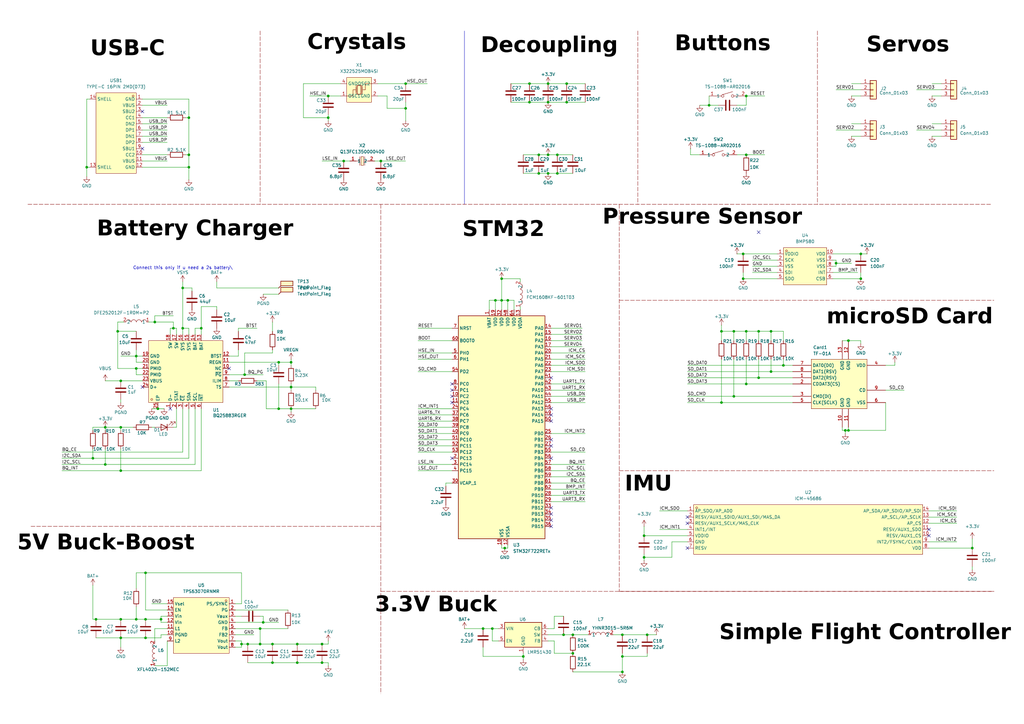
<source format=kicad_sch>
(kicad_sch (version 20250114) (generator "eeschema") (generator_version "9.0")
  (paper "A3")
  (text "Simple Flight Controller" (at 354.838 261.366 0) (effects (font (size 6.35 6.35))))
  (text "Pressure Sensor\n" (at 288.036 90.932 0) (effects (font (size 6.35 6.35))))
  (text "Decoupling" (at 225.298 20.574 0) (effects (font (size 6.35 6.35))))
  (text "3.3V Buck" (at 178.816 249.936 0) (effects (font (size 6.35 6.35))))
  (text "Buttons" (at 296.418 19.812 0) (effects (font (size 6.35 6.35))))
  (text "IMU" (at 265.938 200.406 0) (effects (font (size 6.35 6.35))))
  (text "USB-C" (at 52.324 21.844 0) (effects (font (size 6.35 6.35))))
  (text "Servos\n" (at 372.364 20.32 0) (effects (font (size 6.35 6.35))))
  (text "Connect this only if u need a 2s battery\\\n" (at 74.93 109.982 0) (effects (font (size 1.27 1.27))))
  (text "Battery Charger\n" (at 80.01 95.758 0) (effects (font (size 6.35 6.35))))
  (text "STM32\n" (at 206.502 96.012 0) (effects (font (size 6.35 6.35))))
  (text "Crystals" (at 146.304 19.304 0) (effects (font (size 6.35 6.35))))
  (text "microSD Card" (at 373.126 131.826 0) (effects (font (size 6.35 6.35))))
  (text "5V Buck-Boost" (at 43.434 224.536 0) (effects (font (size 6.35 6.35))))
  (junction (at 205.74 123.19))
  (junction (at 66.04 254))
  (junction (at 290.83 43.18))
  (junction (at 304.8 104.14))
  (junction (at 156.21 66.04))
  (junction (at 166.37 34.29))
  (junction (at 234.95 267.97))
  (junction (at 49.53 254))
  (junction (at 295.91 165.1))
  (junction (at 77.47 63.5))
  (junction (at 311.15 154.94))
  (junction (at 306.07 157.48))
  (junction (at 74.93 134.62))
  (junction (at 100.33 153.67))
  (junction (at 43.18 190.5))
  (junction (at 166.37 44.45))
  (junction (at 38.1 187.96))
  (junction (at 398.78 224.79))
  (junction (at 232.41 34.29))
  (junction (at 205.74 114.3))
  (junction (at 39.37 254))
  (junction (at 49.53 156.21))
  (junction (at 59.69 234.95))
  (junction (at 63.5 132.08))
  (junction (at 306.07 135.89))
  (junction (at 140.97 66.04))
  (junction (at 201.93 257.81))
  (junction (at 228.6 71.12))
  (junction (at 220.98 71.12))
  (junction (at 217.17 34.29))
  (junction (at 231.14 260.35))
  (junction (at 346.71 176.53))
  (junction (at 35.56 68.58))
  (junction (at 111.76 271.78))
  (junction (at 77.47 68.58))
  (junction (at 106.68 264.16))
  (junction (at 59.69 261.62))
  (junction (at 64.77 167.64))
  (junction (at 99.06 264.16))
  (junction (at 132.08 264.16))
  (junction (at 82.55 134.62))
  (junction (at 59.69 254))
  (junction (at 224.79 63.5))
  (junction (at 300.99 135.89))
  (junction (at 214.63 269.24))
  (junction (at 134.62 48.26))
  (junction (at 321.31 149.86))
  (junction (at 264.16 219.71))
  (junction (at 347.98 139.7))
  (junction (at 119.38 167.64))
  (junction (at 134.62 39.37))
  (junction (at 224.79 34.29))
  (junction (at 300.99 162.56))
  (junction (at 594.36 121.92))
  (junction (at 48.26 135.89))
  (junction (at 114.3 148.59))
  (junction (at 43.18 175.26))
  (junction (at 228.6 63.5))
  (junction (at 255.27 269.24))
  (junction (at 311.15 135.89))
  (junction (at 306.07 39.37))
  (junction (at 496.57 92.71))
  (junction (at 347.98 176.53))
  (junction (at 119.38 158.75))
  (junction (at 255.27 275.59))
  (junction (at 55.88 146.05))
  (junction (at 74.93 118.11))
  (junction (at 106.68 257.81))
  (junction (at 77.47 48.26))
  (junction (at 71.12 134.62))
  (junction (at 55.88 254))
  (junction (at 306.07 63.5))
  (junction (at 121.92 264.16))
  (junction (at 594.36 148.59))
  (junction (at 304.8 114.3))
  (junction (at 203.2 123.19))
  (junction (at 101.6 264.16))
  (junction (at 107.95 255.27))
  (junction (at 353.06 114.3))
  (junction (at 316.23 135.89))
  (junction (at 496.57 99.06))
  (junction (at 224.79 41.91))
  (junction (at 208.28 123.19))
  (junction (at 49.53 175.26))
  (junction (at 265.43 260.35))
  (junction (at 316.23 152.4))
  (junction (at 255.27 260.35))
  (junction (at 232.41 41.91))
  (junction (at 49.53 261.62))
  (junction (at 114.3 167.64))
  (junction (at 132.08 271.78))
  (junction (at 111.76 264.16))
  (junction (at 55.88 151.13))
  (junction (at 234.95 260.35))
  (junction (at 605.79 129.54))
  (junction (at 342.9 107.95))
  (junction (at 207.01 224.79))
  (junction (at 217.17 41.91))
  (junction (at 264.16 228.6))
  (junction (at 605.79 114.3))
  (junction (at 121.92 271.78))
  (junction (at 224.79 71.12))
  (junction (at 353.06 104.14))
  (junction (at 49.53 193.04))
  (junction (at 119.38 148.59))
  (junction (at 220.98 63.5))
  (junction (at 198.12 257.81))
  (junction (at 295.91 135.89))
  (no_connect (at 226.06 182.88))
  (no_connect (at 58.42 158.75))
  (no_connect (at 185.42 160.02))
  (no_connect (at 226.06 215.9))
  (no_connect (at 69.85 167.64))
  (no_connect (at 226.06 167.64))
  (no_connect (at 226.06 208.28))
  (no_connect (at 226.06 187.96))
  (no_connect (at 185.42 162.56))
  (no_connect (at 486.41 128.27))
  (no_connect (at 93.98 151.13))
  (no_connect (at 486.41 130.81))
  (no_connect (at 226.06 172.72))
  (no_connect (at 226.06 210.82))
  (no_connect (at 226.06 170.18))
  (no_connect (at 381 219.71))
  (no_connect (at 311.15 95.25))
  (no_connect (at 58.42 45.72))
  (no_connect (at 281.94 224.79))
  (no_connect (at 486.41 125.73))
  (no_connect (at 185.42 187.96))
  (no_connect (at 226.06 213.36))
  (no_connect (at 486.41 120.65))
  (no_connect (at 486.41 133.35))
  (no_connect (at 516.89 115.57))
  (no_connect (at 226.06 180.34))
  (no_connect (at 226.06 154.94))
  (no_connect (at 381 217.17))
  (no_connect (at 281.94 214.63))
  (no_connect (at 281.94 212.09))
  (no_connect (at 486.41 118.11))
  (no_connect (at 185.42 157.48))
  (no_connect (at 185.42 165.1))
  (no_connect (at 58.42 60.96))
  (wire (pts (xy 308.61 109.22) (xy 318.77 109.22)))
  (wire (pts (xy 35.56 68.58) (xy 36.83 68.58)))
  (wire (pts (xy 290.83 43.18) (xy 290.83 39.37)))
  (wire (pts (xy 496.57 99.06) (xy 496.57 102.87)))
  (wire (pts (xy 171.45 177.8) (xy 185.42 177.8)))
  (wire (pts (xy 82.55 193.04) (xy 82.55 167.64)))
  (wire (pts (xy 375.92 36.83) (xy 386.08 36.83)))
  (wire (pts (xy 209.55 41.91) (xy 217.17 41.91)))
  (wire (pts (xy 316.23 147.32) (xy 316.23 152.4)))
  (wire (pts (xy 105.41 156.21) (xy 109.22 156.21)))
  (wire (pts (xy 398.78 233.68) (xy 398.78 232.41)))
  (wire (pts (xy 158.75 39.37) (xy 158.75 44.45)))
  (wire (pts (xy 114.3 255.27) (xy 107.95 255.27)))
  (wire (pts (xy 48.26 132.08) (xy 48.26 135.89)))
  (wire (pts (xy 134.62 48.26) (xy 134.62 46.99)))
  (wire (pts (xy 99.06 262.89) (xy 99.06 264.16)))
  (wire (pts (xy 171.45 172.72) (xy 185.42 172.72)))
  (wire (pts (xy 295.91 133.35) (xy 295.91 135.89)))
  (wire (pts (xy 158.75 39.37) (xy 154.94 39.37)))
  (wire (pts (xy 382.27 50.8) (xy 386.08 50.8)))
  (wire (pts (xy 321.31 139.7) (xy 321.31 135.89)))
  (wire (pts (xy 107.95 252.73) (xy 106.68 252.73)))
  (wire (pts (xy 240.03 149.86) (xy 226.06 149.86)))
  (wire (pts (xy 353.06 111.76) (xy 353.06 114.3)))
  (wire (pts (xy 99.06 264.16) (xy 99.06 265.43)))
  (wire (pts (xy 63.5 129.54) (xy 63.5 132.08)))
  (wire (pts (xy 224.79 262.89) (xy 227.33 262.89)))
  (wire (pts (xy 66.04 260.35) (xy 66.04 261.62)))
  (wire (pts (xy 392.43 212.09) (xy 381 212.09)))
  (wire (pts (xy 55.88 234.95) (xy 59.69 234.95)))
  (wire (pts (xy 25.4 187.96) (xy 38.1 187.96)))
  (wire (pts (xy 171.45 167.64) (xy 185.42 167.64)))
  (wire (pts (xy 228.6 63.5) (xy 234.95 63.5)))
  (wire (pts (xy 78.74 118.11) (xy 78.74 119.38)))
  (wire (pts (xy 158.75 44.45) (xy 166.37 44.45)))
  (wire (pts (xy 100.33 153.67) (xy 107.95 153.67)))
  (wire (pts (xy 441.96 81.28) (xy 441.96 80.01)))
  (wire (pts (xy 205.74 114.3) (xy 213.36 114.3)))
  (wire (pts (xy 224.79 41.91) (xy 232.41 41.91)))
  (wire (pts (xy 224.79 34.29) (xy 217.17 34.29)))
  (wire (pts (xy 99.06 265.43) (xy 96.52 265.43)))
  (wire (pts (xy 316.23 135.89) (xy 316.23 139.7)))
  (wire (pts (xy 58.42 48.26) (xy 68.58 48.26)))
  (wire (pts (xy 436.88 85.09) (xy 436.88 86.36)))
  (wire (pts (xy 36.83 40.64) (xy 35.56 40.64)))
  (wire (pts (xy 198.12 265.43) (xy 198.12 269.24)))
  (wire (pts (xy 342.9 36.83) (xy 353.06 36.83)))
  (wire (pts (xy 264.16 215.9) (xy 264.16 219.71)))
  (wire (pts (xy 99.06 247.65) (xy 96.52 247.65)))
  (wire (pts (xy 132.08 66.04) (xy 140.97 66.04)))
  (wire (pts (xy 580.39 165.1) (xy 594.36 165.1)))
  (wire (pts (xy 171.45 180.34) (xy 185.42 180.34)))
  (wire (pts (xy 38.1 187.96) (xy 77.47 187.96)))
  (wire (pts (xy 496.57 92.71) (xy 499.11 92.71)))
  (wire (pts (xy 119.38 147.32) (xy 119.38 148.59)))
  (wire (pts (xy 306.07 43.18) (xy 302.26 43.18)))
  (wire (pts (xy 382.27 34.29) (xy 386.08 34.29)))
  (wire (pts (xy 342.9 106.68) (xy 341.63 106.68)))
  (wire (pts (xy 97.79 134.62) (xy 97.79 135.89)))
  (wire (pts (xy 43.18 190.5) (xy 80.01 190.5)))
  (wire (pts (xy 48.26 151.13) (xy 55.88 151.13)))
  (wire (pts (xy 295.91 135.89) (xy 295.91 139.7)))
  (wire (pts (xy 55.88 143.51) (xy 55.88 146.05)))
  (polyline (pts (xy 254 193.04) (xy 407.67 193.04)) (stroke (width 0) (type dash) (color 132 0 0 1)))
  (wire (pts (xy 96.52 257.81) (xy 106.68 257.81)))
  (wire (pts (xy 436.88 91.44) (xy 441.96 91.44)))
  (wire (pts (xy 214.63 267.97) (xy 214.63 269.24)))
  (wire (pts (xy 281.94 149.86) (xy 321.31 149.86)))
  (wire (pts (xy 321.31 147.32) (xy 321.31 149.86)))
  (wire (pts (xy 69.85 134.62) (xy 71.12 134.62)))
  (wire (pts (xy 171.45 185.42) (xy 185.42 185.42)))
  (wire (pts (xy 240.03 147.32) (xy 226.06 147.32)))
  (wire (pts (xy 171.45 190.5) (xy 185.42 190.5)))
  (wire (pts (xy 49.53 165.1) (xy 49.53 163.83)))
  (wire (pts (xy 264.16 228.6) (xy 264.16 227.33)))
  (wire (pts (xy 398.78 220.98) (xy 398.78 224.79)))
  (wire (pts (xy 281.94 222.25) (xy 275.59 222.25)))
  (wire (pts (xy 139.7 34.29) (xy 124.46 34.29)))
  (wire (pts (xy 111.76 264.16) (xy 121.92 264.16)))
  (wire (pts (xy 534.67 154.94) (xy 541.02 154.94)))
  (wire (pts (xy 48.26 135.89) (xy 55.88 135.89)))
  (wire (pts (xy 74.93 134.62) (xy 74.93 137.16)))
  (wire (pts (xy 96.52 262.89) (xy 99.06 262.89)))
  (wire (pts (xy 240.03 185.42) (xy 226.06 185.42)))
  (wire (pts (xy 300.99 135.89) (xy 306.07 135.89)))
  (wire (pts (xy 140.97 66.04) (xy 143.51 66.04)))
  (wire (pts (xy 171.45 175.26) (xy 185.42 175.26)))
  (wire (pts (xy 349.25 34.29) (xy 353.06 34.29)))
  (wire (pts (xy 96.52 255.27) (xy 107.95 255.27)))
  (wire (pts (xy 308.61 106.68) (xy 318.77 106.68)))
  (wire (pts (xy 100.33 144.78) (xy 100.33 153.67)))
  (wire (pts (xy 203.2 123.19) (xy 205.74 123.19)))
  (polyline (pts (xy 12.7 215.9) (xy 156.21 215.9)) (stroke (width 0) (type dash) (color 132 0 0 1)))
  (wire (pts (xy 308.61 111.76) (xy 318.77 111.76)))
  (wire (pts (xy 341.63 109.22) (xy 342.9 109.22)))
  (wire (pts (xy 129.54 158.75) (xy 129.54 160.02)))
  (wire (pts (xy 77.47 40.64) (xy 77.47 48.26)))
  (wire (pts (xy 501.65 93.98) (xy 501.65 102.87)))
  (wire (pts (xy 134.62 49.53) (xy 134.62 48.26)))
  (wire (pts (xy 347.98 175.26) (xy 347.98 176.53)))
  (wire (pts (xy 363.22 165.1) (xy 363.22 176.53)))
  (wire (pts (xy 214.63 269.24) (xy 214.63 270.51)))
  (wire (pts (xy 345.44 139.7) (xy 347.98 139.7)))
  (wire (pts (xy 35.56 40.64) (xy 35.56 68.58)))
  (wire (pts (xy 71.12 132.08) (xy 71.12 134.62)))
  (wire (pts (xy 605.79 129.54) (xy 610.87 129.54)))
  (wire (pts (xy 576.58 148.59) (xy 576.58 154.94)))
  (wire (pts (xy 270.51 209.55) (xy 281.94 209.55)))
  (wire (pts (xy 69.85 137.16) (xy 69.85 134.62)))
  (wire (pts (xy 501.65 138.43) (xy 501.65 143.51)))
  (wire (pts (xy 49.53 175.26) (xy 49.53 176.53)))
  (wire (pts (xy 93.98 148.59) (xy 114.3 148.59)))
  (wire (pts (xy 341.63 114.3) (xy 353.06 114.3)))
  (wire (pts (xy 311.15 135.89) (xy 316.23 135.89)))
  (wire (pts (xy 114.3 120.65) (xy 107.95 120.65)))
  (wire (pts (xy 205.74 123.19) (xy 208.28 123.19)))
  (wire (pts (xy 66.04 252.73) (xy 68.58 252.73)))
  (wire (pts (xy 240.03 177.8) (xy 226.06 177.8)))
  (wire (pts (xy 281.94 165.1) (xy 295.91 165.1)))
  (wire (pts (xy 49.53 146.05) (xy 55.88 146.05)))
  (wire (pts (xy 346.71 176.53) (xy 346.71 177.8)))
  (wire (pts (xy 353.06 139.7) (xy 347.98 139.7)))
  (wire (pts (xy 556.26 144.78) (xy 556.26 147.32)))
  (wire (pts (xy 156.21 66.04) (xy 153.67 66.04)))
  (polyline (pts (xy 156.21 242.57) (xy 407.67 242.57)) (stroke (width 0) (type dash) (color 132 0 0 1)))
  (wire (pts (xy 106.68 257.81) (xy 106.68 264.16)))
  (wire (pts (xy 49.53 156.21) (xy 58.42 156.21)))
  (wire (pts (xy 88.9 127) (xy 88.9 125.73)))
  (wire (pts (xy 275.59 228.6) (xy 264.16 228.6)))
  (wire (pts (xy 586.74 148.59) (xy 594.36 148.59)))
  (wire (pts (xy 74.93 118.11) (xy 74.93 134.62)))
  (wire (pts (xy 58.42 148.59) (xy 55.88 148.59)))
  (wire (pts (xy 88.9 115.57) (xy 88.9 118.11)))
  (wire (pts (xy 77.47 73.66) (xy 77.47 68.58)))
  (wire (pts (xy 80.01 190.5) (xy 80.01 167.64)))
  (wire (pts (xy 287.02 43.18) (xy 290.83 43.18)))
  (wire (pts (xy 214.63 71.12) (xy 220.98 71.12)))
  (wire (pts (xy 171.45 193.04) (xy 185.42 193.04)))
  (wire (pts (xy 283.21 60.96) (xy 283.21 63.5)))
  (wire (pts (xy 106.68 264.16) (xy 111.76 264.16)))
  (wire (pts (xy 306.07 157.48) (xy 325.12 157.48)))
  (wire (pts (xy 68.58 262.89) (xy 68.58 273.05)))
  (wire (pts (xy 502.92 93.98) (xy 502.92 88.9)))
  (wire (pts (xy 502.92 88.9) (xy 509.27 88.9)))
  (wire (pts (xy 234.95 275.59) (xy 255.27 275.59)))
  (wire (pts (xy 106.68 257.81) (xy 118.11 257.81)))
  (wire (pts (xy 234.95 260.35) (xy 241.3 260.35)))
  (wire (pts (xy 226.06 157.48) (xy 240.03 157.48)))
  (wire (pts (xy 63.5 175.26) (xy 62.23 175.26)))
  (wire (pts (xy 598.17 129.54) (xy 605.79 129.54)))
  (wire (pts (xy 74.93 185.42) (xy 74.93 167.64)))
  (wire (pts (xy 240.03 198.12) (xy 226.06 198.12)))
  (wire (pts (xy 58.42 153.67) (xy 55.88 153.67)))
  (wire (pts (xy 171.45 147.32) (xy 185.42 147.32)))
  (wire (pts (xy 134.62 264.16) (xy 132.08 264.16)))
  (wire (pts (xy 499.11 102.87) (xy 499.11 99.06)))
  (wire (pts (xy 436.88 66.04) (xy 436.88 67.31)))
  (wire (pts (xy 436.88 80.01) (xy 441.96 80.01)))
  (wire (pts (xy 251.46 260.35) (xy 255.27 260.35)))
  (wire (pts (xy 76.2 63.5) (xy 77.47 63.5)))
  (wire (pts (xy 208.28 224.79) (xy 207.01 224.79)))
  (wire (pts (xy 605.79 114.3) (xy 610.87 114.3)))
  (wire (pts (xy 255.27 269.24) (xy 255.27 275.59)))
  (wire (pts (xy 204.47 262.89) (xy 201.93 262.89)))
  (wire (pts (xy 48.26 132.08) (xy 50.8 132.08)))
  (wire (pts (xy 304.8 111.76) (xy 304.8 114.3)))
  (wire (pts (xy 35.56 68.58) (xy 35.56 72.39)))
  (wire (pts (xy 580.39 121.92) (xy 594.36 121.92)))
  (wire (pts (xy 594.36 121.92) (xy 600.71 121.92)))
  (wire (pts (xy 349.25 50.8) (xy 353.06 50.8)))
  (wire (pts (xy 59.69 261.62) (xy 66.04 261.62)))
  (wire (pts (xy 210.82 127) (xy 210.82 123.19)))
  (wire (pts (xy 436.88 72.39) (xy 441.96 72.39)))
  (wire (pts (xy 38.1 254) (xy 39.37 254)))
  (wire (pts (xy 220.98 63.5) (xy 224.79 63.5)))
  (wire (pts (xy 171.45 134.62) (xy 185.42 134.62)))
  (wire (pts (xy 392.43 214.63) (xy 381 214.63)))
  (wire (pts (xy 240.03 195.58) (xy 226.06 195.58)))
  (wire (pts (xy 93.98 146.05) (xy 97.79 146.05)))
  (wire (pts (xy 58.42 63.5) (xy 68.58 63.5)))
  (wire (pts (xy 99.06 264.16) (xy 101.6 264.16)))
  (wire (pts (xy 306.07 147.32) (xy 306.07 157.48)))
  (wire (pts (xy 58.42 40.64) (xy 77.47 40.64)))
  (wire (pts (xy 156.21 66.04) (xy 166.37 66.04)))
  (wire (pts (xy 77.47 68.58) (xy 58.42 68.58)))
  (wire (pts (xy 72.39 134.62) (xy 72.39 137.16)))
  (wire (pts (xy 476.25 113.03) (xy 486.41 113.03)))
  (wire (pts (xy 605.79 114.3) (xy 598.17 114.3)))
  (wire (pts (xy 68.58 58.42) (xy 58.42 58.42)))
  (wire (pts (xy 598.17 114.3) (xy 598.17 129.54)))
  (wire (pts (xy 101.6 264.16) (xy 106.68 264.16)))
  (wire (pts (xy 109.22 167.64) (xy 114.3 167.64)))
  (wire (pts (xy 300.99 147.32) (xy 300.99 162.56)))
  (wire (pts (xy 240.03 152.4) (xy 226.06 152.4)))
  (wire (pts (xy 375.92 53.34) (xy 386.08 53.34)))
  (polyline (pts (xy 254 123.19) (xy 407.67 123.19)) (stroke (width 0) (type dash) (color 132 0 0 1)))
  (wire (pts (xy 60.96 132.08) (xy 63.5 132.08)))
  (wire (pts (xy 224.79 63.5) (xy 228.6 63.5)))
  (wire (pts (xy 38.1 240.03) (xy 38.1 254)))
  (wire (pts (xy 349.25 107.95) (xy 342.9 107.95)))
  (wire (pts (xy 55.88 146.05) (xy 58.42 146.05)))
  (wire (pts (xy 114.3 149.86) (xy 114.3 148.59)))
  (wire (pts (xy 25.4 193.04) (xy 49.53 193.04)))
  (wire (pts (xy 224.79 260.35) (xy 231.14 260.35)))
  (wire (pts (xy 200.66 127) (xy 200.66 123.19)))
  (wire (pts (xy 166.37 44.45) (xy 166.37 49.53)))
  (wire (pts (xy 124.46 48.26) (xy 134.62 48.26)))
  (wire (pts (xy 227.33 267.97) (xy 234.95 267.97)))
  (wire (pts (xy 281.94 162.56) (xy 300.99 162.56)))
  (wire (pts (xy 171.45 144.78) (xy 185.42 144.78)))
  (wire (pts (xy 63.5 257.81) (xy 63.5 262.89)))
  (polyline (pts (xy 190.5 12.7) (xy 190.5 83.82)))
  (wire (pts (xy 499.11 92.71) (xy 499.11 86.36)))
  (wire (pts (xy 594.36 121.92) (xy 594.36 134.62)))
  (wire (pts (xy 240.03 162.56) (xy 226.06 162.56)))
  (wire (pts (xy 306.07 39.37) (xy 313.69 39.37)))
  (wire (pts (xy 516.89 120.65) (xy 523.24 120.65)))
  (wire (pts (xy 111.76 144.78) (xy 111.76 143.51)))
  (wire (pts (xy 226.06 142.24) (xy 238.76 142.24)))
  (polyline (pts (xy 11.43 83.82) (xy 406.4 83.82)) (stroke (width 0) (type dash) (color 132 0 0 1)))
  (wire (pts (xy 171.45 152.4) (xy 185.42 152.4)))
  (wire (pts (xy 134.62 271.78) (xy 132.08 271.78)))
  (wire (pts (xy 227.33 252.73) (xy 227.33 257.81)))
  (wire (pts (xy 201.93 257.81) (xy 204.47 257.81)))
  (wire (pts (xy 302.26 104.14) (xy 304.8 104.14)))
  (wire (pts (xy 311.15 147.32) (xy 311.15 154.94)))
  (wire (pts (xy 55.88 248.92) (xy 55.88 254)))
  (wire (pts (xy 111.76 271.78) (xy 121.92 271.78)))
  (wire (pts (xy 97.79 146.05) (xy 97.79 143.51)))
  (wire (pts (xy 342.9 107.95) (xy 342.9 106.68)))
  (polyline (pts (xy 254 83.82) (xy 254 242.57)) (stroke (width 0) (type dash) (color 132 0 0 1)))
  (wire (pts (xy 48.26 135.89) (xy 48.26 151.13)))
  (wire (pts (xy 441.96 62.23) (xy 441.96 60.96)))
  (wire (pts (xy 82.55 134.62) (xy 82.55 137.16)))
  (wire (pts (xy 190.5 257.81) (xy 198.12 257.81)))
  (polyline (pts (xy 335.28 12.7) (xy 335.28 83.82)) (stroke (width 0) (type dash) (color 132 0 0 1)))
  (wire (pts (xy 68.58 273.05) (xy 63.5 273.05)))
  (wire (pts (xy 59.69 250.19) (xy 59.69 234.95)))
  (wire (pts (xy 119.38 160.02) (xy 119.38 158.75)))
  (wire (pts (xy 347.98 176.53) (xy 346.71 176.53)))
  (wire (pts (xy 77.47 48.26) (xy 77.47 63.5)))
  (wire (pts (xy 134.62 39.37) (xy 139.7 39.37)))
  (polyline (pts (xy 156.21 83.82) (xy 156.21 215.9)) (stroke (width 0) (type dash) (color 132 0 0 1)))
  (wire (pts (xy 203.2 123.19) (xy 203.2 127)))
  (wire (pts (xy 76.2 48.26) (xy 77.47 48.26)))
  (wire (pts (xy 38.1 175.26) (xy 38.1 176.53)))
  (wire (pts (xy 77.47 187.96) (xy 77.47 167.64)))
  (wire (pts (xy 281.94 152.4) (xy 316.23 152.4)))
  (wire (pts (xy 311.15 154.94) (xy 325.12 154.94)))
  (wire (pts (xy 501.65 93.98) (xy 502.92 93.98)))
  (wire (pts (xy 226.06 160.02) (xy 240.03 160.02)))
  (wire (pts (xy 55.88 241.3) (xy 55.88 234.95)))
  (wire (pts (xy 255.27 267.97) (xy 255.27 269.24)))
  (wire (pts (xy 171.45 170.18) (xy 185.42 170.18)))
  (wire (pts (xy 294.64 43.18) (xy 290.83 43.18)))
  (wire (pts (xy 175.26 34.29) (xy 166.37 34.29)))
  (wire (pts (xy 124.46 34.29) (xy 124.46 48.26)))
  (wire (pts (xy 59.69 254) (xy 66.04 254)))
  (wire (pts (xy 217.17 34.29) (xy 209.55 34.29)))
  (wire (pts (xy 55.88 153.67) (xy 55.88 151.13)))
  (wire (pts (xy 43.18 156.21) (xy 49.53 156.21)))
  (wire (pts (xy 214.63 63.5) (xy 220.98 63.5)))
  (wire (pts (xy 306.07 39.37) (xy 306.07 43.18)))
  (wire (pts (xy 349.25 55.88) (xy 353.06 55.88)))
  (wire (pts (xy 255.27 269.24) (xy 265.43 269.24)))
  (wire (pts (xy 436.88 95.25) (xy 441.96 95.25)))
  (wire (pts (xy 556.26 165.1) (xy 556.26 170.18)))
  (wire (pts (xy 205.74 224.79) (xy 207.01 224.79)))
  (wire (pts (xy 579.12 148.59) (xy 576.58 148.59)))
  (wire (pts (xy 213.36 125.73) (xy 213.36 127)))
  (wire (pts (xy 306.07 63.5) (xy 313.69 63.5)))
  (wire (pts (xy 119.38 148.59) (xy 119.38 149.86)))
  (wire (pts (xy 226.06 139.7) (xy 238.76 139.7)))
  (wire (pts (xy 516.89 128.27) (xy 523.24 128.27)))
  (wire (pts (xy 171.45 182.88) (xy 185.42 182.88)))
  (wire (pts (xy 240.03 190.5) (xy 226.06 190.5)))
  (wire (pts (xy 306.07 135.89) (xy 311.15 135.89)))
  (wire (pts (xy 269.24 260.35) (xy 265.43 260.35)))
  (wire (pts (xy 55.88 254) (xy 59.69 254)))
  (wire (pts (xy 93.98 158.75) (xy 119.38 158.75)))
  (wire (pts (xy 38.1 175.26) (xy 43.18 175.26)))
  (wire (pts (xy 316.23 152.4) (xy 325.12 152.4)))
  (wire (pts (xy 105.41 134.62) (xy 97.79 134.62)))
  (wire (pts (xy 205.74 123.19) (xy 205.74 127)))
  (wire (pts (xy 295.91 135.89) (xy 300.99 135.89)))
  (wire (pts (xy 264.16 229.87) (xy 264.16 228.6)))
  (wire (pts (xy 476.25 110.49) (xy 486.41 110.49)))
  (wire (pts (xy 226.06 205.74) (xy 240.03 205.74)))
  (wire (pts (xy 594.36 148.59) (xy 594.36 151.13)))
  (wire (pts (xy 39.37 254) (xy 49.53 254)))
  (wire (pts (xy 82.55 125.73) (xy 82.55 134.62)))
  (wire (pts (xy 114.3 167.64) (xy 119.38 167.64)))
  (wire (pts (xy 594.36 144.78) (xy 594.36 148.59)))
  (wire (pts (xy 392.43 222.25) (xy 381 222.25)))
  (wire (pts (xy 302.26 63.5) (xy 306.07 63.5)))
  (wire (pts (xy 367.03 148.59) (xy 367.03 149.86)))
  (wire (pts (xy 506.73 93.98) (xy 506.73 102.87)))
  (wire (pts (xy 39.37 261.62) (xy 49.53 261.62)))
  (wire (pts (xy 62.23 167.64) (xy 64.77 167.64)))
  (wire (pts (xy 49.53 254) (xy 55.88 254)))
  (wire (pts (xy 134.62 262.89) (xy 134.62 264.16)))
  (wire (pts (xy 208.28 223.52) (xy 208.28 224.79)))
  (wire (pts (xy 509.27 88.9) (xy 509.27 86.36)))
  (wire (pts (xy 208.28 123.19) (xy 208.28 127)))
  (wire (pts (xy 66.04 255.27) (xy 66.04 254)))
  (wire (pts (xy 100.33 153.67) (xy 93.98 153.67)))
  (wire (pts (xy 182.88 199.39) (xy 182.88 198.12)))
  (wire (pts (xy 300.99 135.89) (xy 300.99 139.7)))
  (wire (pts (xy 63.5 132.08) (xy 71.12 132.08)))
  (wire (pts (xy 71.12 129.54) (xy 63.5 129.54)))
  (wire (pts (xy 198.12 269.24) (xy 214.63 269.24)))
  (wire (pts (xy 342.9 109.22) (xy 342.9 107.95)))
  (wire (pts (xy 265.43 269.24) (xy 265.43 267.97)))
  (wire (pts (xy 101.6 271.78) (xy 111.76 271.78)))
  (wire (pts (xy 304.8 114.3) (xy 318.77 114.3)))
  (wire (pts (xy 349.25 39.37) (xy 353.06 39.37)))
  (wire (pts (xy 441.96 67.31) (xy 436.88 67.31)))
  (wire (pts (xy 382.27 39.37) (xy 386.08 39.37)))
  (wire (pts (xy 119.38 158.75) (xy 129.54 158.75)))
  (wire (pts (xy 97.79 156.21) (xy 93.98 156.21)))
  (wire (pts (xy 201.93 257.81) (xy 201.93 262.89)))
  (wire (pts (xy 342.9 53.34) (xy 353.06 53.34)))
  (wire (pts (xy 496.57 92.71) (xy 496.57 99.06)))
  (wire (pts (xy 220.98 71.12) (xy 224.79 71.12)))
  (wire (pts (xy 228.6 71.12) (xy 234.95 71.12)))
  (wire (pts (xy 119.38 167.64) (xy 129.54 167.64)))
  (wire (pts (xy 224.79 71.12) (xy 228.6 71.12)))
  (wire (pts (xy 226.06 144.78) (xy 240.03 144.78)))
  (wire (pts (xy 345.44 176.53) (xy 346.71 176.53)))
  (wire (pts (xy 311.15 135.89) (xy 311.15 139.7)))
  (wire (pts (xy 231.14 252.73) (xy 227.33 252.73)))
  (wire (pts (xy 72.39 175.26) (xy 71.12 175.26)))
  (wire (pts (xy 306.07 135.89) (xy 306.07 139.7)))
  (wire (pts (xy 49.53 184.15) (xy 49.53 193.04)))
  (wire (pts (xy 74.93 115.57) (xy 74.93 118.11)))
  (wire (pts (xy 78.74 118.11) (xy 74.93 118.11)))
  (wire (pts (xy 71.12 134.62) (xy 72.39 134.62)))
  (polyline (pts (xy 106.68 12.7) (xy 106.68 83.82)) (stroke (width 0) (type dash) (color 132 0 0 1)))
  (wire (pts (xy 111.76 144.78) (xy 100.33 144.78)))
  (wire (pts (xy 88.9 125.73) (xy 82.55 125.73)))
  (wire (pts (xy 25.4 185.42) (xy 74.93 185.42)))
  (wire (pts (xy 367.03 149.86) (xy 363.22 149.86)))
  (wire (pts (xy 62.23 247.65) (xy 68.58 247.65)))
  (wire (pts (xy 300.99 162.56) (xy 325.12 162.56)))
  (polyline (pts (xy 254 242.57) (xy 407.67 242.57)) (stroke (width 0) (type dash) (color 132 0 0 1)))
  (wire (pts (xy 109.22 156.21) (xy 109.22 167.64)))
  (wire (pts (xy 556.26 132.08) (xy 556.26 137.16)))
  (wire (pts (xy 363.22 176.53) (xy 347.98 176.53)))
  (wire (pts (xy 64.77 167.64) (xy 67.31 167.64)))
  (wire (pts (xy 200.66 123.19) (xy 203.2 123.19)))
  (wire (pts (xy 80.01 137.16) (xy 80.01 134.62)))
  (wire (pts (xy 107.95 252.73) (xy 107.95 255.27)))
  (wire (pts (xy 264.16 219.71) (xy 281.94 219.71)))
  (wire (pts (xy 226.06 203.2) (xy 240.03 203.2)))
  (wire (pts (xy 68.58 55.88) (xy 58.42 55.88)))
  (wire (pts (xy 436.88 60.96) (xy 441.96 60.96)))
  (wire (pts (xy 96.52 250.19) (xy 118.11 250.19)))
  (wire (pts (xy 43.18 184.15) (xy 43.18 190.5)))
  (wire (pts (xy 119.38 157.48) (xy 119.38 158.75)))
  (wire (pts (xy 55.88 146.05) (xy 55.88 148.59)))
  (wire (pts (xy 72.39 167.64) (xy 72.39 175.26)))
  (wire (pts (xy 224.79 34.29) (xy 232.41 34.29)))
  (wire (pts (xy 231.14 260.35) (xy 234.95 260.35)))
  (wire (pts (xy 240.03 165.1) (xy 226.06 165.1)))
  (wire (pts (xy 49.53 261.62) (xy 59.69 261.62)))
  (wire (pts (xy 121.92 264.16) (xy 132.08 264.16)))
  (wire (pts (xy 49.53 193.04) (xy 82.55 193.04)))
  (wire (pts (xy 38.1 184.15) (xy 38.1 187.96)))
  (wire (pts (xy 121.92 271.78) (xy 132.08 271.78)))
  (wire (pts (xy 295.91 165.1) (xy 325.12 165.1)))
  (wire (pts (xy 68.58 43.18) (xy 58.42 43.18)))
  (wire (pts (xy 119.38 167.64) (xy 119.38 168.91)))
  (wire (pts (xy 382.27 55.88) (xy 386.08 55.88)))
  (wire (pts (xy 217.17 41.91) (xy 224.79 41.91)))
  (wire (pts (xy 499.11 99.06) (xy 496.57 99.06)))
  (wire (pts (xy 88.9 118.11) (xy 114.3 118.11)))
  (wire (pts (xy 232.41 41.91) (xy 240.03 41.91)))
  (wire (pts (xy 436.88 76.2) (xy 441.96 76.2)))
  (wire (pts (xy 77.47 63.5) (xy 77.47 68.58)))
  (wire (pts (xy 111.76 132.08) (xy 111.76 135.89)))
  (wire (pts (xy 80.01 134.62) (xy 82.55 134.62)))
  (wire (pts (xy 96.52 260.35) (xy 104.14 260.35)))
  (wire (pts (xy 370.84 160.02) (xy 363.22 160.02)))
  (wire (pts (xy 238.76 137.16) (xy 226.06 137.16)))
  (wire (pts (xy 283.21 63.5) (xy 287.02 63.5)))
  (wire (pts (xy 392.43 209.55) (xy 381 209.55)))
  (wire (pts (xy 55.88 151.13) (xy 58.42 151.13)))
  (wire (pts (xy 66.04 260.35) (xy 68.58 260.35)))
  (wire (pts (xy 205.74 114.3) (xy 205.74 123.19)))
  (wire (pts (xy 68.58 66.04) (xy 58.42 66.04)))
  (wire (pts (xy 166.37 44.45) (xy 166.37 41.91)))
  (wire (pts (xy 227.33 262.89) (xy 227.33 267.97)))
  (wire (pts (xy 341.63 104.14) (xy 353.06 104.14)))
  (wire (pts (xy 275.59 222.25) (xy 275.59 228.6)))
  (wire (pts (xy 77.47 137.16) (xy 77.47 134.62)))
  (wire (pts (xy 68.58 250.19) (xy 59.69 250.19)))
  (wire (pts (xy 238.76 134.62) (xy 226.06 134.62)))
  (wire (pts (xy 114.3 157.48) (xy 114.3 167.64)))
  (wire (pts (xy 316.23 135.89) (xy 321.31 135.89)))
  (wire (pts (xy 25.4 190.5) (xy 43.18 190.5)))
  (wire (pts (xy 304.8 104.14) (xy 318.77 104.14)))
  (wire (pts (xy 134.62 273.05) (xy 134.62 271.78)))
  (wire (pts (xy 68.58 53.34) (xy 58.42 53.34)))
  (wire (pts (xy 345.44 175.26) (xy 345.44 176.53)))
  (wire (pts (xy 49.53 175.26) (xy 43.18 175.26)))
  (wire (pts (xy 171.45 139.7) (xy 185.42 139.7)))
  (wire (pts (xy 114.3 148.59) (xy 119.38 148.59)))
  (wire (pts (xy 182.88 198.12) (xy 185.42 198.12)))
  (wire (pts (xy 68.58 257.81) (xy 63.5 257.81)))
  (wire (pts (xy 49.53 175.26) (xy 54.61 175.26)))
  (wire (pts (xy 68.58 50.8) (xy 58.42 50.8)))
  (wire (pts (xy 381 224.79) (xy 398.78 224.79)))
  (wire (pts (xy 59.69 234.95) (xy 99.06 234.95)))
  (wire (pts (xy 270.51 217.17) (xy 281.94 217.17)))
  (polyline (pts (xy 156.21 215.9) (xy 156.21 284.48)) (stroke (width 0) (type dash) (color 132 0 0 1)))
  (wire (pts (xy 281.94 154.94) (xy 311.15 154.94)))
  (wire (pts (xy 240.03 193.04) (xy 226.06 193.04)))
  (wire (pts (xy 353.06 140.97) (xy 353.06 139.7)))
  (wire (pts (xy 355.6 104.14) (xy 353.06 104.14)))
  (wire (pts (xy 198.12 257.81) (xy 201.93 257.81)))
  (wire (pts (xy 154.94 34.29) (xy 166.37 34.29)))
  (wire (pts (xy 127 39.37) (xy 134.62 39.37)))
  (polyline (pts (xy 261.62 12.7) (xy 261.62 83.82)) (stroke (width 0) (type dash) (color 132 0 0 1)))
  (wire (pts (xy 281.94 157.48) (xy 306.07 157.48)))
  (wire (pts (xy 295.91 147.32) (xy 295.91 165.1)))
  (wire (pts (xy 240.03 34.29) (xy 232.41 34.29)))
  (wire (pts (xy 99.06 234.95) (xy 99.06 247.65)))
  (wire (pts (xy 351.79 111.76) (xy 341.63 111.76)))
  (wire (pts (xy 441.96 86.36) (xy 436.88 86.36)))
  (wire (pts (xy 210.82 123.19) (xy 208.28 123.19)))
  (wire (pts (xy 594.36 158.75) (xy 594.36 165.1)))
  (wire (pts (xy 96.52 252.73) (xy 99.06 252.73)))
  (wire (pts (xy 255.27 260.35) (xy 265.43 260.35)))
  (wire (pts (xy 77.47 134.62) (xy 74.93 134.62)))
  (wire (pts (xy 43.18 175.26) (xy 43.18 176.53)))
  (wire (pts (xy 240.03 200.66) (xy 226.06 200.66)))
  (wire (pts (xy 227.33 257.81) (xy 224.79 257.81)))
  (wire (pts (xy 68.58 255.27) (xy 66.04 255.27)))
  (wire (pts (xy 213.36 114.3) (xy 213.36 115.57)))
  (wire (pts (xy 66.04 254) (xy 66.04 252.73)))
  (wire (pts (xy 49.53 261.62) (xy 49.53 265.43)))
  (wire (pts (xy 205.74 223.52) (xy 205.74 224.79)))
  (wire (pts (xy 321.31 149.86) (xy 325.12 149.86)))
  (label "SD_DAT1" (at 281.94 152.4 0))
  (label "UART3_TX" (at 436.88 72.39 0))
  (label "+5V" (at 436.88 66.04 0))
  (label "ICM_CS" (at 240.03 144.78 180))
  (label "ICM_SCK" (at 392.43 212.09 180))
  (label "I2C_SCL" (at 25.4 190.5 0))
  (label "USB_DP" (at 68.58 58.42 180))
  (label "SD_DAT0" (at 171.45 175.26 0))
  (label "LSE_IN" (at 171.45 190.5 0))
  (label "SD_CMD" (at 281.94 162.56 0))
  (label "BQ_CE" (at 25.4 185.42 0))
  (label "BQ_PG" (at 107.95 153.67 180))
  (label "USB_DP" (at 68.58 53.34 180))
  (label "RF" (at 523.24 120.65 180))
  (label "GND" (at 114.3 255.27 180))
  (label "GND" (at 308.61 109.22 0))
  (label "VCC_RF" (at 506.73 93.98 0))
  (label "GND" (at 349.25 107.95 180))
  (label "LSE_OUT" (at 171.45 193.04 0))
  (label "ICM_INT2" (at 240.03 177.8 180))
  (label "ICM_SCK" (at 240.03 147.32 180))
  (label "VBUS" (at 68.58 66.04 180))
  (label "PULSE" (at 534.67 154.94 0))
  (label "SERVO3" (at 238.76 139.7 180))
  (label "ICM_INT1" (at 171.45 167.64 0))
  (label "UART6_RX" (at 171.45 172.72 0))
  (label "BTST" (at 71.12 129.54 180))
  (label "BOOT" (at 171.45 139.7 0))
  (label "BOOT" (at 313.69 63.5 180))
  (label "BTST" (at 105.41 134.62 180))
  (label "SERVO2" (at 238.76 137.16 180))
  (label "I2C_SDA" (at 25.4 187.96 0))
  (label "SERVO2" (at 342.9 53.34 0))
  (label "HSE_IN" (at 127 39.37 0))
  (label "ICM_CS" (at 392.43 214.63 180))
  (label "VBUS" (at 68.58 43.18 180))
  (label "BQ_INT" (at 25.4 193.04 0))
  (label "USB_DN" (at 68.58 55.88 180))
  (label "SD_DAT2" (at 281.94 154.94 0))
  (label "SD_CD" (at 370.84 160.02 180))
  (label "UART6_TX" (at 476.25 110.49 0))
  (label "GND" (at 62.23 247.65 0))
  (label "VCC_RF" (at 580.39 165.1 0))
  (label "LSE_OUT" (at 166.37 66.04 180))
  (label "PULSE" (at 523.24 128.27 180))
  (label "ICM_SDO" (at 270.51 209.55 0))
  (label "GND" (at 436.88 80.01 0))
  (label "RESET" (at 313.69 39.37 180))
  (label "GND" (at 104.14 260.35 180))
  (label "BMP_INT" (at 240.03 200.66 180))
  (label "+5V" (at 436.88 85.09 0))
  (label "SERVO1" (at 342.9 36.83 0))
  (label "UART1_TX" (at 240.03 157.48 180))
  (label "ICM_INT1" (at 270.51 217.17 0))
  (label "GND" (at 49.53 146.05 0))
  (label "UART6_RX" (at 476.25 113.03 0))
  (label "SD_CD" (at 240.03 185.42 180))
  (label "UART1_RX" (at 436.88 95.25 0))
  (label "I2C_SCL" (at 308.61 106.68 0))
  (label "ICM_SDI" (at 240.03 152.4 180))
  (label "SERVO3" (at 375.92 36.83 0))
  (label "BQ_CE" (at 240.03 198.12 180))
  (label "I2C_SCL" (at 240.03 193.04 180))
  (label "UART3_RX" (at 436.88 76.2 0))
  (label "LSE_IN" (at 132.08 66.04 0))
  (label "I2C_SDA" (at 308.61 111.76 0))
  (label "ICM_SDI" (at 392.43 209.55 180))
  (label "SD_CLK" (at 171.45 185.42 0))
  (label "SD_CLK" (at 281.94 165.1 0))
  (label "SD_DAT0" (at 281.94 149.86 0))
  (label "SD_DAT3" (at 171.45 182.88 0))
  (label "BMP_INT" (at 351.79 111.76 180))
  (label "SD_DAT3" (at 281.94 157.48 0))
  (label "UART1_TX" (at 436.88 91.44 0))
  (label "BQ_INT" (at 240.03 190.5 180))
  (label "I2C_SDA" (at 240.03 195.58 180))
  (label "RF" (at 580.39 121.92 0))
  (label "ICM_INT2" (at 392.43 222.25 180))
  (label "SERVO4" (at 375.92 53.34 0))
  (label "SERVO1" (at 238.76 134.62 180))
  (label "SERVO4" (at 238.76 142.24 180))
  (label "UART3_TX" (at 240.03 203.2 180))
  (label "SD_CMD" (at 171.45 152.4 0))
  (label "RESET" (at 171.45 134.62 0))
  (label "SD_DAT1" (at 171.45 177.8 0))
  (label "HSE_IN" (at 171.45 144.78 0))
  (label "HSE_OUT" (at 171.45 147.32 0))
  (label "HSE_OUT" (at 175.26 34.29 180))
  (label "USB_DN" (at 240.03 162.56 180))
  (label "USB_DP" (at 240.03 165.1 180))
  (label "UART3_RX" (at 240.03 205.74 180))
  (label "UART1_RX" (at 240.03 160.02 180))
  (label "ICM_SDO" (at 240.03 149.86 180))
  (label "SD_DAT2" (at 171.45 180.34 0))
  (label "GND" (at 436.88 60.96 0))
  (label "UART6_TX" (at 171.45 170.18 0))
  (label "USB_DN" (at 68.58 50.8 180))
  (symbol (lib_id "power:GND") (at 264.16 229.87 0) (unit 1)
    (property "Reference" "#PWR029" (effects (hide yes)))
    (property "Value" "GND" (at 264.16 233.68 0))
    (property "Description" "Power symbol creates a global label with name \"GND\" , ground" (effects (hide yes)))
  )
  (symbol (lib_id "Device:C") (at 234.95 67.31 0) (mirror y) (unit 1)
    (property "Reference" "C31" (at 239.268 65.278 0) (effects (justify left)))
    (property "Value" "10uF" (at 240.538 69.85 0) (effects (justify left)))
    (property "Footprint" "Capacitor_SMD:C_0402_1005Metric" (effects (hide yes)))
    (property "Description" "Unpolarized capacitor" (effects (hide yes)))
  )
  (symbol (lib_id "Device:C") (at 49.53 160.02 0) (unit 1)
    (property "Reference" "C1" (at 52.324 158.75 0) (effects (justify left)))
    (property "Value" "1uF" (at 52.324 160.782 0) (effects (justify left)))
    (property "Footprint" "Capacitor_SMD:C_0402_1005Metric" (effects (hide yes)))
    (property "Description" "Unpolarized capacitor" (effects (hide yes)))
  )
  (symbol (lib_id "power:VBUS") (at 43.18 156.21 0) (unit 1)
    (property "Reference" "#PWR05" (effects (hide yes)))
    (property "Value" "VBUS" (at 43.18 151.13 0))
    (property "Description" "Power symbol creates a global label with name \"VBUS\"" (effects (hide yes)))
  )
  (symbol (lib_id "Device:C") (at 232.41 38.1 0) (mirror y) (unit 1)
    (property "Reference" "C24" (at 236.728 36.068 0) (effects (justify left)))
    (property "Value" "100nF" (at 238.76 40.64 0) (effects (justify left)))
    (property "Footprint" "Capacitor_SMD:C_0201_0603Metric" (effects (hide yes)))
    (property "Description" "Unpolarized capacitor" (effects (hide yes)))
  )
  (symbol (lib_id "power:+3.3V") (at 269.24 260.35 0) (unit 1)
    (property "Reference" "#PWR022" (effects (hide yes)))
    (property "Value" "+3.3V" (at 269.24 256.794 0))
    (property "Description" "Power symbol creates a global label with name \"+3.3V\"" (effects (hide yes)))
  )
  (symbol (lib_id "Device:C") (at 134.62 43.18 0) (unit 1)
    (property "Reference" "C33" (at 129.794 41.148 0) (effects (justify left)))
    (property "Value" "20pF" (at 129.286 45.72 0) (effects (justify left)))
    (property "Footprint" "Capacitor_SMD:C_0201_0603Metric" (effects (hide yes)))
    (property "Description" "Unpolarized capacitor" (effects (hide yes)))
  )
  (symbol (lib_id "Connector:TestPoint_Flag") (at 114.3 118.11 0) (unit 1)
    (property "Reference" "TP13" (at 121.92 115.4429 0) (effects (justify left)))
    (property "Value" "TestPoint_Flag" (at 121.92 117.9829 0) (effects (justify left)))
    (property "Footprint" "TestPoint:TestPoint_Keystone_5019_Miniature" (effects (hide yes)))
    (property "Description" "test point (alternative flag-style design)" (effects (hide yes)))
  )
  (symbol (lib_id "Device:C") (at 156.21 69.85 0) (mirror y) (unit 1)
    (property "Reference" "C36" (at 161.036 67.818 0) (effects (justify left)))
    (property "Value" "6.8pF" (at 162.306 72.39 0) (effects (justify left)))
    (property "Footprint" "Capacitor_SMD:C_0201_0603Metric" (effects (hide yes)))
    (property "Description" "Unpolarized capacitor" (effects (hide yes)))
  )
  (symbol (lib_id "power:GND") (at 214.63 270.51 0) (unit 1)
    (property "Reference" "#PWR019" (effects (hide yes)))
    (property "Value" "GND" (at 214.63 274.32 0))
    (property "Description" "Power symbol creates a global label with name \"GND\" , ground" (effects (hide yes)))
  )
  (symbol (lib_id "Device:C") (at 255.27 264.16 0) (unit 1)
    (property "Reference" "C17" (at 257.556 262.89 0) (effects (justify left)))
    (property "Value" "22uF" (at 257.556 265.43 0) (effects (justify left)))
    (property "Footprint" "Capacitor_SMD:C_0402_1005Metric" (effects (hide yes)))
    (property "Description" "Unpolarized capacitor" (effects (hide yes)))
  )
  (symbol (lib_id "Device:R") (at 295.91 143.51 180) (unit 1)
    (property "Reference" "R21" (at 298.45 139.954 0))
    (property "Value" "10K" (at 298.45 147.066 0))
    (property "Footprint" "Resistor_SMD:R_0201_0603Metric" (effects (hide yes)))
    (property "Description" "Resistor" (effects (hide yes)))
  )
  (symbol (lib_id "power:+3.3V") (at 496.57 92.71 0) (unit 1)
    (property "Reference" "#PWR058" (effects (hide yes)))
    (property "Value" "+3.3V" (at 496.57 89.154 0))
    (property "Description" "Power symbol creates a global label with name \"+3.3V\"" (effects (hide yes)))
  )
  (symbol (lib_id "lcsc:TPS63070RNMR") (at 82.55 256.54 0) (mirror y) (unit 1)
    (property "Reference" "U5" (at 82.55 240.03 0))
    (property "Value" "TPS63070RNMR" (at 82.55 242.57 0))
    (property "Footprint" "lcsc:VQFN-HR-15_L3.0-W2.5-P0.50-BL_TPS63070RNMR" (effects (hide yes)))
    (property "Datasheet" "https://lcsc.com/product-detail/DC-DC-Converters_TI_TPS63070RNMR_TPS63070RNMR_C109322.html" (effects (hide yes)))
    (property "LCSC Part" "C109322" (effects (hide yes)))
  )
  (symbol (lib_id "power:+3.3V") (at 43.18 175.26 0) (unit 1)
    (property "Reference" "#PWR012" (effects (hide yes)))
    (property "Value" "+3.3V" (at 43.18 171.704 0))
    (property "Description" "Power symbol creates a global label with name \"+3.3V\"" (effects (hide yes)))
  )
  (symbol (lib_id "power:+3.3V") (at 111.76 132.08 0) (unit 1)
    (property "Reference" "#PWR010" (effects (hide yes)))
    (property "Value" "+3.3V" (at 111.76 128.524 0))
    (property "Description" "Power symbol creates a global label with name \"+3.3V\"" (effects (hide yes)))
  )
  (symbol (lib_id "Connector_Generic:Conn_01x03") (at 391.16 36.83 0) (unit 1)
    (property "Reference" "J4" (at 394.208 36.322 0) (effects (justify left)))
    (property "Value" "Conn_01x03" (at 393.7 38.0999 0) (effects (justify left)))
    (property "Footprint" "Connector_PinHeader_2.54mm:PinHeader_1x03_P2.54mm_Vertical" (effects (hide yes)))
    (property "Description" "Generic connector, single row, 01x03, script generated (kicad-library-utils/schlib/autogen/connector/)" (effects (hide yes)))
  )
  (symbol (lib_id "lcsc:PDTC114EU,115") (at 548.64 156.21 0) (unit 1)
    (property "Reference" "Q1" (at 557.53 154.9399 0) (effects (justify left)))
    (property "Value" "PDTC114EU,115" (at 557.53 157.4799 0) (effects (justify left)))
    (property "Footprint" "lcsc:SOT-323-3_L2.0-W1.3-P1.30-LS2.1-BR" (effects (hide yes)))
    (property "Datasheet" "https://lcsc.com/product-detail/Digital-Transistors_NXP_PDTC114EU-115_PDTC114EU-115_C135830.html" (effects (hide yes)))
    (property "LCSC Part" "C135830" (effects (hide yes)))
  )
  (symbol (lib_id "power:+3.3V") (at 295.91 133.35 0) (unit 1)
    (property "Reference" "#PWR039" (effects (hide yes)))
    (property "Value" "+3.3V" (at 295.91 129.794 0))
    (property "Description" "Power symbol creates a global label with name \"+3.3V\"" (effects (hide yes)))
  )
  (symbol (lib_id "Connector:TestPoint_Flag") (at 114.3 120.65 0) (unit 1)
    (property "Reference" "TP14" (at 121.92 117.9829 0) (effects (justify left)))
    (property "Value" "TestPoint_Flag" (at 121.92 120.5229 0) (effects (justify left)))
    (property "Footprint" "TestPoint:TestPoint_Keystone_5019_Miniature" (effects (hide yes)))
    (property "Description" "test point (alternative flag-style design)" (effects (hide yes)))
  )
  (symbol (lib_id "power:+3.3V") (at 398.78 220.98 0) (unit 1)
    (property "Reference" "#PWR027" (effects (hide yes)))
    (property "Value" "+3.3V" (at 398.78 215.9 0))
    (property "Description" "Power symbol creates a global label with name \"+3.3V\"" (effects (hide yes)))
  )
  (symbol (lib_id "Device:C") (at 582.93 148.59 90) (unit 1)
    (property "Reference" "C38" (at 582.93 140.97 90))
    (property "Value" "100nF" (at 582.93 143.51 90))
    (property "Footprint" "Capacitor_SMD:C_0201_0603Metric" (effects (hide yes)))
    (property "Description" "Unpolarized capacitor" (effects (hide yes)))
  )
  (symbol (lib_id "Device:C") (at 265.43 264.16 0) (unit 1)
    (property "Reference" "C18" (at 267.716 262.89 0) (effects (justify left)))
    (property "Value" "22uF" (at 267.716 265.43 0) (effects (justify left)))
    (property "Footprint" "Capacitor_SMD:C_0402_1005Metric" (effects (hide yes)))
    (property "Description" "Unpolarized capacitor" (effects (hide yes)))
  )
  (symbol (lib_id "lcsc:SMA-KWE902") (at 608.33 121.92 180) (unit 1)
    (property "Reference" "RF1" (at 624.84 120.6499 0) (effects (justify right)))
    (property "Value" "SMA-KWE902" (at 624.84 123.1899 0) (effects (justify right)))
    (property "Footprint" "lcsc:SMA-TH_SMA-KWE902" (effects (hide yes)))
    (property "Datasheet" "https://lcsc.com/product-detail/RF-Connectors-Coaxial-Connectors_DreamLNK-SMA-KWE902_C914554.html" (effects (hide yes)))
    (property "LCSC Part" "C914554" (effects (hide yes)))
  )
  (symbol (lib_id "Connector:TestPoint_Flag") (at 441.96 81.28 0) (unit 1)
    (property "Reference" "TP5" (at 449.58 78.6129 0) (effects (justify left)))
    (property "Value" "TestPoint_Flag" (at 449.58 81.1529 0) (effects (justify left)))
    (property "Footprint" "TestPoint:TestPoint_Keystone_5019_Miniature" (effects (hide yes)))
    (property "Description" "test point (alternative flag-style design)" (effects (hide yes)))
  )
  (symbol (lib_id "Device:C") (at 353.06 107.95 0) (unit 1)
    (property "Reference" "C20" (at 356.87 106.6799 0) (effects (justify left)))
    (property "Value" "100nF" (at 356.87 109.2199 0) (effects (justify left)))
    (property "Footprint" "Capacitor_SMD:C_0201_0603Metric" (effects (hide yes)))
    (property "Description" "Unpolarized capacitor" (effects (hide yes)))
  )
  (symbol (lib_id "Connector_Generic:Conn_01x03") (at 391.16 53.34 0) (unit 1)
    (property "Reference" "J5" (at 393.7 52.0699 0) (effects (justify left)))
    (property "Value" "Conn_01x03" (at 393.7 54.6099 0) (effects (justify left)))
    (property "Footprint" "Connector_PinHeader_2.54mm:PinHeader_1x03_P2.54mm_Vertical" (effects (hide yes)))
    (property "Description" "Generic connector, single row, 01x03, script generated (kicad-library-utils/schlib/autogen/connector/)" (effects (hide yes)))
  )
  (symbol (lib_id "power:GND") (at 306.07 71.12 0) (unit 1)
    (property "Reference" "#PWR047" (effects (hide yes)))
    (property "Value" "GND" (at 306.07 74.93 0))
    (property "Description" "Power symbol creates a global label with name \"GND\" , ground" (effects (hide yes)))
  )
  (symbol (lib_id "Device:C") (at 264.16 223.52 0) (unit 1)
    (property "Reference" "C22" (at 267.97 222.2499 0) (effects (justify left)))
    (property "Value" "100nF" (at 267.97 224.7899 0) (effects (justify left)))
    (property "Footprint" "Capacitor_SMD:C_0201_0603Metric" (effects (hide yes)))
    (property "Description" "Unpolarized capacitor" (effects (hide yes)))
  )
  (symbol (lib_id "Connector:TestPoint_Flag") (at 441.96 72.39 0) (unit 1)
    (property "Reference" "TP11" (at 449.58 69.7229 0) (effects (justify left)))
    (property "Value" "TestPoint_Flag" (at 449.58 72.2629 0) (effects (justify left)))
    (property "Footprint" "TestPoint:TestPoint_Keystone_5019_Miniature" (effects (hide yes)))
    (property "Description" "test point (alternative flag-style design)" (effects (hide yes)))
  )
  (symbol (lib_id "power:GND") (at 346.71 177.8 0) (unit 1)
    (property "Reference" "#PWR031" (effects (hide yes)))
    (property "Value" "GND" (at 346.71 181.61 0))
    (property "Description" "Power symbol creates a global label with name \"GND\" , ground" (effects (hide yes)))
  )
  (symbol (lib_id "RF_GPS:MAX-M10S") (at 501.65 120.65 0) (unit 1)
    (property "Reference" "U7" (at 503.7933 138.43 0) (effects (justify left)))
    (property "Value" "MAX-M10S" (at 503.7933 140.97 0) (effects (justify left)))
    (property "Footprint" "RF_GPS:ublox_MAX" (effects (hide yes)))
    (property "Datasheet" "https://content.u-blox.com/sites/default/files/MAX-M10S_DataSheet_UBX-20035208.pdf" (effects (hide yes)))
    (property "Description" "GNSS Module MAX M10, VCC 1.65V to 3.6V" (effects (hide yes)))
  )
  (symbol (lib_id "power:GND") (at 287.02 43.18 0) (unit 1)
    (property "Reference" "#PWR046" (effects (hide yes)))
    (property "Value" "GND" (at 287.02 46.99 0))
    (property "Description" "Power symbol creates a global label with name \"GND\" , ground" (effects (hide yes)))
  )
  (symbol (lib_id "power:+3.3V") (at 190.5 257.81 0) (unit 1)
    (property "Reference" "#PWR020" (effects (hide yes)))
    (property "Value" "BAT+" (at 190.5 254 0))
    (property "Description" "Power symbol creates a global label with name \"+3.3V\"" (effects (hide yes)))
  )
  (symbol (lib_id "power:GND") (at 49.53 265.43 0) (unit 1)
    (property "Reference" "#PWR017" (effects (hide yes)))
    (property "Value" "GND" (at 49.53 269.24 0))
    (property "Description" "Power symbol creates a global label with name \"GND\" , ground" (effects (hide yes)))
  )
  (symbol (lib_id "Device:C") (at 102.87 252.73 90) (unit 1)
    (property "Reference" "C14" (at 100.076 246.888 90) (effects (justify right)))
    (property "Value" "100nF" (at 100.076 248.92 90) (effects (justify right)))
    (property "Footprint" "Capacitor_SMD:C_0201_0603Metric" (effects (hide yes)))
    (property "Description" "Unpolarized capacitor" (effects (hide yes)))
  )
  (symbol (lib_id "Device:C") (at 114.3 153.67 0) (unit 1)
    (property "Reference" "C3" (at 110.744 149.86 0) (effects (justify left)))
    (property "Value" "10uF" (at 109.22 151.638 0) (effects (justify left)))
    (property "Footprint" "Capacitor_SMD:C_0402_1005Metric" (effects (hide yes)))
    (property "Description" "Unpolarized capacitor" (effects (hide yes)))
  )
  (symbol (lib_id "Device:C") (at 182.88 203.2 0) (mirror y) (unit 1)
    (property "Reference" "C32" (at 182.118 200.66 0) (effects (justify left)))
    (property "Value" "2.2uF" (at 182.118 205.994 0) (effects (justify left)))
    (property "Footprint" "Capacitor_SMD:C_0201_0603Metric" (effects (hide yes)))
    (property "Description" "Unpolarized capacitor" (effects (hide yes)))
  )
  (symbol (lib_id "Device:R") (at 306.07 143.51 180) (unit 1)
    (property "Reference" "R19" (at 308.61 139.954 0))
    (property "Value" "10K" (at 308.61 147.066 0))
    (property "Footprint" "Resistor_SMD:R_0201_0603Metric" (effects (hide yes)))
    (property "Description" "Resistor" (effects (hide yes)))
  )
  (symbol (lib_id "Device:C") (at 240.03 38.1 0) (mirror y) (unit 1)
    (property "Reference" "C23" (at 244.348 36.068 0) (effects (justify left)))
    (property "Value" "100nF" (at 246.38 40.64 0) (effects (justify left)))
    (property "Footprint" "Capacitor_SMD:C_0201_0603Metric" (effects (hide yes)))
    (property "Description" "Unpolarized capacitor" (effects (hide yes)))
  )
  (symbol (lib_id "Device:R") (at 316.23 143.51 180) (unit 1)
    (property "Reference" "R17" (at 318.77 139.954 0))
    (property "Value" "10K" (at 318.77 147.066 0))
    (property "Footprint" "Resistor_SMD:R_0201_0603Metric" (effects (hide yes)))
    (property "Description" "Resistor" (effects (hide yes)))
  )
  (symbol (lib_id "power:GND") (at 576.58 154.94 0) (unit 1)
    (property "Reference" "#PWR063" (effects (hide yes)))
    (property "Value" "GND" (at 576.58 160.02 0))
    (property "Description" "Power symbol creates a global label with name \"GND\" , ground" (effects (hide yes)))
  )
  (symbol (lib_id "power:GND") (at 349.25 55.88 0) (unit 1)
    (property "Reference" "#PWR053" (effects (hide yes)))
    (property "Value" "GND" (at 349.25 59.69 0))
    (property "Description" "Power symbol creates a global label with name \"GND\" , ground" (effects (hide yes)))
  )
  (symbol (lib_id "power:GND") (at 556.26 170.18 0) (unit 1)
    (property "Reference" "#PWR061" (effects (hide yes)))
    (property "Value" "GND" (at 556.26 175.26 0))
    (property "Description" "Power symbol creates a global label with name \"GND\" , ground" (effects (hide yes)))
  )
  (symbol (lib_id "lcsc:VEC3R0256QG") (at 504.19 86.36 0) (unit 1)
    (property "Reference" "C39" (at 504.444 78.74 0))
    (property "Value" "VEC3R0256QG" (at 504.444 81.28 0))
    (property "Footprint" "lcsc:CAP-TH_BD16.2-P7.5-D1.0_VEC3R0256QG" (effects (hide yes)))
    (property "Datasheet" "https://lcsc.com/product-detail/Supercapacitors-Ultracapacitors_25F-3V_C132758.html" (effects (hide yes)))
    (property "LCSC Part" "C132758" (effects (hide yes)))
  )
  (symbol (lib_id "power:+3.3V") (at 302.26 104.14 0) (unit 1)
    (property "Reference" "#PWR023" (effects (hide yes)))
    (property "Value" "+3.3V" (at 302.26 100.584 0))
    (property "Description" "Power symbol creates a global label with name \"+3.3V\"" (effects (hide yes)))
  )
  (symbol (lib_id "lcsc:XFL4020-152MEC") (at 63.5 267.97 90) (unit 1)
    (property "Reference" "L6" (at 64.77 266.6999 90) (effects (justify right)))
    (property "Value" "XFL4020-152MEC" (at 56.134 274.574 90) (effects (justify right)))
    (property "Footprint" "lcsc:IND-SMD_L4.0-W4.0-A" (effects (hide yes)))
    (property "LCSC Part" "C3033018" (effects (hide yes)))
  )
  (symbol (lib_id "Device:C") (at 217.17 38.1 0) (mirror y) (unit 1)
    (property "Reference" "C26" (at 221.488 36.068 0) (effects (justify left)))
    (property "Value" "100nF" (at 223.52 40.64 0) (effects (justify left)))
    (property "Footprint" "Capacitor_SMD:C_0201_0603Metric" (effects (hide yes)))
    (property "Description" "Unpolarized capacitor" (effects (hide yes)))
  )
  (symbol (lib_id "Device:C") (at 88.9 130.81 0) (unit 1)
    (property "Reference" "C2" (at 91.694 129.032 0) (effects (justify left)))
    (property "Value" "10uF" (at 91.948 131.318 0) (effects (justify left)))
    (property "Footprint" "Capacitor_SMD:C_0603_1608Metric" (effects (hide yes)))
    (property "Description" "Unpolarized capacitor" (effects (hide yes)))
  )
  (symbol (lib_id "Device:C") (at 140.97 69.85 0) (unit 1)
    (property "Reference" "C35" (at 136.144 67.818 0) (effects (justify left)))
    (property "Value" "6.8pF" (at 135.128 72.39 0) (effects (justify left)))
    (property "Footprint" "Capacitor_SMD:C_0201_0603Metric" (effects (hide yes)))
    (property "Description" "Unpolarized capacitor" (effects (hide yes)))
  )
  (symbol (lib_id "Connector:TestPoint_Flag") (at 441.96 62.23 0) (unit 1)
    (property "Reference" "TP9" (at 449.58 59.5629 0) (effects (justify left)))
    (property "Value" "TestPoint_Flag" (at 449.58 62.1029 0) (effects (justify left)))
    (property "Footprint" "TestPoint:TestPoint_Keystone_5019_Miniature" (effects (hide yes)))
    (property "Description" "test point (alternative flag-style design)" (effects (hide yes)))
  )
  (symbol (lib_id "Device:R") (at 311.15 143.51 180) (unit 1)
    (property "Reference" "R18" (at 313.69 139.954 0))
    (property "Value" "10K" (at 313.69 147.066 0))
    (property "Footprint" "Resistor_SMD:R_0201_0603Metric" (effects (hide yes)))
    (property "Description" "Resistor" (effects (hide yes)))
  )
  (symbol (lib_id "Device:C") (at 198.12 261.62 0) (mirror y) (unit 1)
    (property "Reference" "C16" (at 194.31 260.3499 0) (effects (justify left)))
    (property "Value" "2.2uF" (at 194.31 262.8899 0) (effects (justify left)))
    (property "Footprint" "Capacitor_SMD:C_0603_1608Metric" (effects (hide yes)))
    (property "Description" "Unpolarized capacitor" (effects (hide yes)))
  )
  (symbol (lib_id "Connector_Generic:Conn_01x03") (at 358.14 36.83 0) (unit 1)
    (property "Reference" "J2" (at 361.188 36.322 0) (effects (justify left)))
    (property "Value" "Conn_01x03" (at 360.68 38.0999 0) (effects (justify left)))
    (property "Footprint" "Connector_PinHeader_2.54mm:PinHeader_1x03_P2.54mm_Vertical" (effects (hide yes)))
    (property "Description" "Generic connector, single row, 01x03, script generated (kicad-library-utils/schlib/autogen/connector/)" (effects (hide yes)))
  )
  (symbol (lib_id "Device:C") (at 209.55 38.1 0) (mirror y) (unit 1)
    (property "Reference" "C27" (at 213.868 36.068 0) (effects (justify left)))
    (property "Value" "100nF" (at 215.9 40.64 0) (effects (justify left)))
    (property "Footprint" "Capacitor_SMD:C_0201_0603Metric" (effects (hide yes)))
    (property "Description" "Unpolarized capacitor" (effects (hide yes)))
  )
  (symbol (lib_id "Device:R") (at 594.36 154.94 0) (unit 1)
    (property "Reference" "R24" (at 596.9 153.6699 0) (effects (justify left)))
    (property "Value" "10" (at 596.9 156.2099 0) (effects (justify left)))
    (property "Footprint" "Resistor_SMD:R_0201_0603Metric" (effects (hide yes)))
    (property "Description" "Resistor" (effects (hide yes)))
  )
  (symbol (lib_id "lcsc:TS-1088-AR02016") (at 298.45 39.37 0) (unit 1)
    (property "Reference" "SW1" (at 298.45 33.02 0))
    (property "Value" "TS-1088-AR02016" (at 298.45 35.56 0))
    (property "Footprint" "lcsc:SW-SMD_L3.9-W3.0-P4.45" (effects (hide yes)))
    (property "Datasheet" "https://lcsc.com/product-detail/Tactile-Switches_XUNPU-TS-1088-AR02016_C720477.html" (effects (hide yes)))
    (property "LCSC Part" "C720477" (effects (hide yes)))
  )
  (symbol (lib_id "power:GND") (at 304.8 114.3 0) (unit 1)
    (property "Reference" "#PWR025" (effects (hide yes)))
    (property "Value" "GND" (at 304.8 118.11 0))
    (property "Description" "Power symbol creates a global label with name \"GND\" , ground" (effects (hide yes)))
  )
  (symbol (lib_id "Connector:TestPoint_Flag") (at 441.96 76.2 0) (unit 1)
    (property "Reference" "TP12" (at 449.58 73.5329 0) (effects (justify left)))
    (property "Value" "TestPoint_Flag" (at 449.58 76.0729 0) (effects (justify left)))
    (property "Footprint" "TestPoint:TestPoint_Keystone_5019_Miniature" (effects (hide yes)))
    (property "Description" "test point (alternative flag-style design)" (effects (hide yes)))
  )
  (symbol (lib_id "power:GND") (at 349.25 39.37 0) (unit 1)
    (property "Reference" "#PWR052" (effects (hide yes)))
    (property "Value" "GND" (at 349.25 43.18 0))
    (property "Description" "Power symbol creates a global label with name \"GND\" , ground" (effects (hide yes)))
  )
  (symbol (lib_id "power:GND") (at 35.56 72.39 0) (unit 1)
    (property "Reference" "#PWR01" (effects (hide yes)))
    (property "Value" "GND" (at 35.56 76.2 0))
    (property "Description" "Power symbol creates a global label with name \"GND\" , ground" (effects (hide yes)))
  )
  (symbol (lib_id "power:GND") (at 207.01 224.79 0) (unit 1)
    (property "Reference" "#PWR040" (effects (hide yes)))
    (property "Value" "GND" (at 207.01 228.6 0))
    (property "Description" "Power symbol creates a global label with name \"GND\" , ground" (effects (hide yes)))
  )
  (symbol (lib_id "lcsc:Q13FC1350000400") (at 148.59 66.04 0) (unit 1)
    (property "Reference" "X2" (at 148.59 59.69 0))
    (property "Value" "Q13FC1350000400" (at 148.59 62.23 0))
    (property "Footprint" "lcsc:FC-135R_L3.2-W1.5" (effects (hide yes)))
    (property "Datasheet" "https://lcsc.com/product-detail/SMD-Crystals_EPSON_Q13FC1350000400_32-768KHz-20ppm-12-5pF_C32346.html" (effects (hide yes)))
    (property "LCSC Part" "C32346" (effects (hide yes)))
  )
  (symbol (lib_id "Device:R") (at 300.99 143.51 180) (unit 1)
    (property "Reference" "R20" (at 303.53 139.954 0))
    (property "Value" "10K" (at 303.53 147.066 0))
    (property "Footprint" "Resistor_SMD:R_0201_0603Metric" (effects (hide yes)))
    (property "Description" "Resistor" (effects (hide yes)))
  )
  (symbol (lib_id "lcsc:DFE252012F-1R0M=P2") (at 55.88 132.08 180) (unit 1)
    (property "Reference" "L5" (at 55.88 125.73 0))
    (property "Value" "DFE252012F-1R0M=P2" (at 49.784 128.27 0))
    (property "Footprint" "lcsc:L2520" (effects (hide yes)))
    (property "Datasheet" "https://lcsc.com/product-detail/Inductors-SMD_Murata-Electronics-DFE252012F-1R0M-P2_C435392.html" (effects (hide yes)))
    (property "LCSC Part" "C435392" (effects (hide yes)))
  )
  (symbol (lib_id "Device:R") (at 234.95 271.78 180) (unit 1)
    (property "Reference" "R15" (at 238.76 270.256 0))
    (property "Value" "22.1K" (at 239.522 272.542 0))
    (property "Footprint" "Resistor_SMD:R_0402_1005Metric" (effects (hide yes)))
    (property "Description" "Resistor" (effects (hide yes)))
  )
  (symbol (lib_id "power:GNDA") (at 49.53 165.1 0) (unit 1)
    (property "Reference" "#PWR07" (effects (hide yes)))
    (property "Value" "PGND" (at 49.53 169.164 0))
    (property "Description" "Power symbol creates a global label with name \"GNDA\" , analog ground" (effects (hide yes)))
  )
  (symbol (lib_id "power:GND") (at 77.47 73.66 0) (unit 1)
    (property "Reference" "#PWR02" (effects (hide yes)))
    (property "Value" "GND" (at 77.47 77.47 0))
    (property "Description" "Power symbol creates a global label with name \"GND\" , ground" (effects (hide yes)))
  )
  (symbol (lib_id "power:GND") (at 224.79 41.91 0) (unit 1)
    (property "Reference" "#PWR036" (effects (hide yes)))
    (property "Value" "GND" (at 224.79 45.72 0))
    (property "Description" "Power symbol creates a global label with name \"GND\" , ground" (effects (hide yes)))
  )
  (symbol (lib_id "Device:C") (at 224.79 38.1 0) (mirror y) (unit 1)
    (property "Reference" "C25" (at 229.108 36.068 0) (effects (justify left)))
    (property "Value" "100nF" (at 231.14 40.64 0) (effects (justify left)))
    (property "Footprint" "Capacitor_SMD:C_0201_0603Metric" (effects (hide yes)))
    (property "Description" "Unpolarized capacitor" (effects (hide yes)))
  )
  (symbol (lib_id "power:GNDA") (at 78.74 127 0) (unit 1)
    (property "Reference" "#PWR09" (effects (hide yes)))
    (property "Value" "GND" (at 78.74 130.81 0))
    (property "Description" "Power symbol creates a global label with name \"GNDA\" , analog ground" (effects (hide yes)))
  )
  (symbol (lib_id "power:GND") (at 353.06 114.3 0) (unit 1)
    (property "Reference" "#PWR026" (effects (hide yes)))
    (property "Value" "GND" (at 353.06 118.11 0))
    (property "Description" "Power symbol creates a global label with name \"GND\" , ground" (effects (hide yes)))
  )
  (symbol (lib_id "Connector_Generic:Conn_01x03") (at 358.14 53.34 0) (unit 1)
    (property "Reference" "J3" (at 360.68 52.0699 0) (effects (justify left)))
    (property "Value" "Conn_01x03" (at 360.68 54.6099 0) (effects (justify left)))
    (property "Footprint" "Connector_PinHeader_2.54mm:PinHeader_1x03_P2.54mm_Vertical" (effects (hide yes)))
    (property "Description" "Generic connector, single row, 01x03, script generated (kicad-library-utils/schlib/autogen/connector/)" (effects (hide yes)))
  )
  (symbol (lib_id "Device:C") (at 214.63 67.31 0) (mirror y) (unit 1)
    (property "Reference" "C28" (at 218.948 65.278 0) (effects (justify left)))
    (property "Value" "1uF" (at 218.948 69.85 0) (effects (justify left)))
    (property "Footprint" "Capacitor_SMD:C_0402_1005Metric" (effects (hide yes)))
    (property "Description" "Unpolarized capacitor" (effects (hide yes)))
  )
  (symbol (lib_id "power:GND") (at 134.62 273.05 0) (unit 1)
    (property "Reference" "#PWR018" (effects (hide yes)))
    (property "Value" "GND" (at 134.62 276.86 0))
    (property "Description" "Power symbol creates a global label with name \"GND\" , ground" (effects (hide yes)))
  )
  (symbol (lib_id "Device:C") (at 228.6 67.31 0) (mirror y) (unit 1)
    (property "Reference" "C30" (at 232.918 65.278 0) (effects (justify left)))
    (property "Value" "1uF" (at 232.918 69.85 0) (effects (justify left)))
    (property "Footprint" "Capacitor_SMD:C_0402_1005Metric" (effects (hide yes)))
    (property "Description" "Unpolarized capacitor" (effects (hide yes)))
  )
  (symbol (lib_id "Device:C") (at 231.14 256.54 0) (unit 1)
    (property "Reference" "C15" (at 234.95 255.2699 0) (effects (justify left)))
    (property "Value" "100nF" (at 234.95 257.8099 0) (effects (justify left)))
    (property "Footprint" "Capacitor_SMD:C_0201_0603Metric" (effects (hide yes)))
    (property "Description" "Unpolarized capacitor" (effects (hide yes)))
  )
  (symbol (lib_id "power:+3.3V") (at 224.79 34.29 0) (unit 1)
    (property "Reference" "#PWR035" (effects (hide yes)))
    (property "Value" "+3.3V" (at 224.79 30.48 0))
    (property "Description" "Power symbol creates a global label with name \"+3.3V\"" (effects (hide yes)))
  )
  (symbol (lib_id "lcsc:TYPE-C16PIN2MD(073)") (at 46.99 54.61 0) (mirror y) (unit 1)
    (property "Reference" "USB1" (at 47.625 33.02 0))
    (property "Value" "TYPE-C 16PIN 2MD(073)" (at 47.625 35.56 0))
    (property "Footprint" "lcsc:USB-C-SMD_TYPE-C-6PIN-2MD-073" (effects (hide yes)))
    (property "LCSC Part" "C2765186" (effects (hide yes)))
  )
  (symbol (lib_id "Device:C") (at 298.45 43.18 90) (mirror x) (unit 1)
    (property "Reference" "C37" (at 296.672 44.958 90) (effects (justify left)))
    (property "Value" "100nF" (at 306.324 44.958 90) (effects (justify left)))
    (property "Footprint" "Capacitor_SMD:C_0201_0603Metric" (effects (hide yes)))
    (property "Description" "Unpolarized capacitor" (effects (hide yes)))
  )
  (symbol (lib_id "lcsc:X322525MOB4SI") (at 147.32 36.83 0) (unit 1)
    (property "Reference" "X1" (at 147.32 26.67 0))
    (property "Value" "X322525MOB4SI" (at 147.32 29.21 0))
    (property "Footprint" "lcsc:CRYSTAL-SMD_4P-L3.2-W2.5-BL" (effects (hide yes)))
    (property "Datasheet" "https://lcsc.com/product-detail/SMD-Crystals_YSX321SL-25MHZ-12PF-10PPM-40-85_C9006.html" (effects (hide yes)))
    (property "LCSC Part" "C9006" (effects (hide yes)))
  )
  (symbol (lib_id "power:GND") (at 156.21 73.66 0) (unit 1)
    (property "Reference" "#PWR042" (effects (hide yes)))
    (property "Value" "GND" (at 156.21 77.47 0))
    (property "Description" "Power symbol creates a global label with name \"GND\" , ground" (effects (hide yes)))
  )
  (symbol (lib_id "Device:R") (at 234.95 264.16 180) (unit 1)
    (property "Reference" "R14" (at 238.76 262.636 0))
    (property "Value" "100K" (at 239.268 264.922 0))
    (property "Footprint" "Resistor_SMD:R_0402_1005Metric" (effects (hide yes)))
    (property "Description" "Resistor" (effects (hide yes)))
  )
  (symbol (lib_id "power:GND") (at 398.78 233.68 0) (unit 1)
    (property "Reference" "#PWR030" (effects (hide yes)))
    (property "Value" "GND" (at 398.78 237.49 0))
    (property "Description" "Power symbol creates a global label with name \"GND\" , ground" (effects (hide yes)))
  )
  (symbol (lib_id "power:+3.3V") (at 224.79 63.5 0) (unit 1)
    (property "Reference" "#PWR038" (effects (hide yes)))
    (property "Value" "+3.3V" (at 224.79 59.69 0))
    (property "Description" "Power symbol creates a global label with name \"+3.3V\"" (effects (hide yes)))
  )
  (symbol (lib_id "Device:R") (at 119.38 153.67 180) (unit 1)
    (property "Reference" "R4" (at 122.174 152.146 0))
    (property "Value" "5.23K" (at 123.698 153.924 0))
    (property "Footprint" "Resistor_SMD:R_0201_0603Metric" (effects (hide yes)))
    (property "Description" "Resistor" (effects (hide yes)))
  )
  (symbol (lib_id "Device:R") (at 38.1 180.34 180) (unit 1)
    (property "Reference" "R9" (at 39.624 176.784 0))
    (property "Value" "10K" (at 40.132 184.15 0))
    (property "Footprint" "Resistor_SMD:R_0201_0603Metric" (effects (hide yes)))
    (property "Description" "Resistor" (effects (hide yes)))
  )
  (symbol (lib_id "power:+3.3V") (at 264.16 215.9 0) (unit 1)
    (property "Reference" "#PWR028" (effects (hide yes)))
    (property "Value" "+3.3V" (at 264.16 210.82 0))
    (property "Description" "Power symbol creates a global label with name \"+3.3V\"" (effects (hide yes)))
  )
  (symbol (lib_id "Device:R") (at 556.26 128.27 0) (unit 1)
    (property "Reference" "R23" (at 558.8 126.9999 0) (effects (justify left)))
    (property "Value" "820" (at 558.8 129.5399 0) (effects (justify left)))
    (property "Footprint" "Resistor_SMD:R_0201_0603Metric" (effects (hide yes)))
    (property "Description" "Resistor" (effects (hide yes)))
  )
  (symbol (lib_id "Device:C") (at 49.53 257.81 0) (mirror y) (unit 1)
    (property "Reference" "C7" (at 46.482 257.048 0) (effects (justify left)))
    (property "Value" "10uF" (at 46.736 259.08 0) (effects (justify left)))
    (property "Footprint" "Capacitor_SMD:C_0805_2012Metric" (effects (hide yes)))
    (property "Description" "Unpolarized capacitor" (effects (hide yes)))
  )
  (symbol (lib_id "power:+3.3V") (at 556.26 124.46 0) (unit 1)
    (property "Reference" "#PWR062" (effects (hide yes)))
    (property "Value" "+3.3V" (at 556.26 119.38 0))
    (property "Description" "Power symbol creates a global label with name \"+3.3V\"" (effects (hide yes)))
  )
  (symbol (lib_id "Device:R") (at 101.6 156.21 90) (unit 1)
    (property "Reference" "R3" (at 97.536 157.48 90))
    (property "Value" "383" (at 106.426 157.48 90))
    (property "Footprint" "Resistor_SMD:R_0201_0603Metric" (effects (hide yes)))
    (property "Description" "Resistor" (effects (hide yes)))
  )
  (symbol (lib_id "power:+3.3V") (at 367.03 148.59 0) (unit 1)
    (property "Reference" "#PWR033" (effects (hide yes)))
    (property "Value" "+3.3V" (at 367.03 145.034 0))
    (property "Description" "Power symbol creates a global label with name \"+3.3V\"" (effects (hide yes)))
  )
  (symbol (lib_id "Device:C") (at 78.74 123.19 0) (unit 1)
    (property "Reference" "C6" (at 81.534 121.412 0) (effects (justify left)))
    (property "Value" "44uF" (at 81.788 123.698 0) (effects (justify left)))
    (property "Footprint" "Capacitor_SMD:C_0603_1608Metric" (effects (hide yes)))
    (property "Description" "Unpolarized capacitor" (effects (hide yes)))
  )
  (symbol (lib_id "lcsc:YHNR3015-5R6M") (at 246.38 260.35 0) (unit 1)
    (property "Reference" "L7" (at 246.38 254 0))
    (property "Value" "YHNR3015-5R6M" (at 251.206 257.556 0))
    (property "Footprint" "lcsc:IND-SMD_L3.0-W3.0" (effects (hide yes)))
    (property "LCSC Part" "C18236327" (effects (hide yes)))
  )
  (symbol (lib_id "Device:R") (at 321.31 143.51 180) (unit 1)
    (property "Reference" "R16" (at 323.85 139.954 0))
    (property "Value" "10K" (at 323.85 147.066 0))
    (property "Footprint" "Resistor_SMD:R_0201_0603Metric" (effects (hide yes)))
    (property "Description" "Resistor" (effects (hide yes)))
  )
  (symbol (lib_id "power:+3.3V") (at 38.1 240.03 0) (unit 1)
    (property "Reference" "#PWR015" (effects (hide yes)))
    (property "Value" "BAT+" (at 38.1 236.22 0))
    (property "Description" "Power symbol creates a global label with name \"+3.3V\"" (effects (hide yes)))
  )
  (symbol (lib_id "Device:C") (at 55.88 139.7 0) (unit 1)
    (property "Reference" "C5" (at 50.038 137.922 0) (effects (justify left)))
    (property "Value" "10uF" (at 48.768 140.462 0) (effects (justify left)))
    (property "Footprint" "Capacitor_SMD:C_0402_1005Metric" (effects (hide yes)))
    (property "Description" "Unpolarized capacitor" (effects (hide yes)))
  )
  (symbol (lib_id "power:+3.3V") (at 88.9 115.57 0) (unit 1)
    (property "Reference" "#PWR08" (effects (hide yes)))
    (property "Value" "BAT+" (at 88.9 111.76 0))
    (property "Description" "Power symbol creates a global label with name \"+3.3V\"" (effects (hide yes)))
  )
  (symbol (lib_id "Device:R") (at 49.53 180.34 180) (unit 1)
    (property "Reference" "R11" (at 51.816 176.784 0))
    (property "Value" "10K" (at 51.816 184.15 0))
    (property "Footprint" "Resistor_SMD:R_0201_0603Metric" (effects (hide yes)))
    (property "Description" "Resistor" (effects (hide yes)))
  )
  (symbol (lib_id "power:GND") (at 224.79 71.12 0) (unit 1)
    (property "Reference" "#PWR037" (effects (hide yes)))
    (property "Value" "GND" (at 224.79 74.93 0))
    (property "Description" "Power symbol creates a global label with name \"GND\" , ground" (effects (hide yes)))
  )
  (symbol (lib_id "power:+5V") (at 134.62 262.89 0) (unit 1)
    (property "Reference" "#PWR016" (effects (hide yes)))
    (property "Value" "+5V" (at 134.62 259.08 0))
    (property "Description" "Power symbol creates a global label with name \"+5V\"" (effects (hide yes)))
  )
  (symbol (lib_id "Device:R") (at 306.07 67.31 180) (unit 1)
    (property "Reference" "R22" (at 309.372 65.786 0))
    (property "Value" "10K" (at 309.372 68.58 0))
    (property "Footprint" "Resistor_SMD:R_0201_0603Metric" (effects (hide yes)))
    (property "Description" "Resistor" (effects (hide yes)))
  )
  (symbol (lib_id "Device:C") (at 398.78 228.6 0) (unit 1)
    (property "Reference" "C21" (at 402.59 227.3299 0) (effects (justify left)))
    (property "Value" "100nF" (at 402.59 229.8699 0) (effects (justify left)))
    (property "Footprint" "Capacitor_SMD:C_0201_0603Metric" (effects (hide yes)))
    (property "Description" "Unpolarized capacitor" (effects (hide yes)))
  )
  (symbol (lib_id "Device:R") (at 55.88 245.11 0) (unit 1)
    (property "Reference" "R12" (at 50.546 243.332 0) (effects (justify left)))
    (property "Value" "10K" (at 50.292 245.364 0) (effects (justify left)))
    (property "Footprint" "Resistor_SMD:R_0201_0603Metric" (effects (hide yes)))
    (property "Description" "Resistor" (effects (hide yes)))
  )
  (symbol (lib_id "Device:R") (at 58.42 175.26 270) (mirror x) (unit 1)
    (property "Reference" "R7" (at 58.42 173.228 90))
    (property "Value" "10K" (at 58.166 177.546 90))
    (property "Footprint" "Resistor_SMD:R_0201_0603Metric" (effects (hide yes)))
    (property "Description" "Resistor" (effects (hide yes)))
  )
  (symbol (lib_id "Device:C") (at 132.08 267.97 0) (unit 1)
    (property "Reference" "C13" (at 135.128 267.208 0) (effects (justify left)))
    (property "Value" "22uF" (at 134.874 269.24 0) (effects (justify left)))
    (property "Footprint" "Capacitor_SMD:C_0805_2012Metric" (effects (hide yes)))
    (property "Description" "Unpolarized capacitor" (effects (hide yes)))
  )
  (symbol (lib_id "lcsc:TF-01A") (at 344.17 157.48 0) (unit 1)
    (property "Reference" "Card1" (at 333.502 142.494 0) (effects (justify left)))
    (property "Value" "TF-01A" (at 333.502 145.034 0) (effects (justify left)))
    (property "Footprint" "lcsc:TF-SMD_TF-01A" (effects (hide yes)))
    (property "Datasheet" "https://lcsc.com/product-detail/Card-Sockets_TF-01A_C91145.html" (effects (hide yes)))
    (property "LCSC Part" "C91145" (effects (hide yes)))
  )
  (symbol (lib_id "power:GND") (at 140.97 73.66 0) (unit 1)
    (property "Reference" "#PWR043" (effects (hide yes)))
    (property "Value" "GND" (at 140.97 77.47 0))
    (property "Description" "Power symbol creates a global label with name \"GND\" , ground" (effects (hide yes)))
  )
  (symbol (lib_id "Device:C") (at 111.76 267.97 0) (unit 1)
    (property "Reference" "C11" (at 114.808 267.208 0) (effects (justify left)))
    (property "Value" "22uF" (at 114.554 269.24 0) (effects (justify left)))
    (property "Footprint" "Capacitor_SMD:C_0805_2012Metric" (effects (hide yes)))
    (property "Description" "Unpolarized capacitor" (effects (hide yes)))
  )
  (symbol (lib_id "power:+3.3V") (at 355.6 104.14 0) (unit 1)
    (property "Reference" "#PWR024" (effects (hide yes)))
    (property "Value" "+3.3V" (at 355.6 100.584 0))
    (property "Description" "Power symbol creates a global label with name \"+3.3V\"" (effects (hide yes)))
  )
  (symbol (lib_id "power:+3.3V") (at 119.38 147.32 0) (unit 1)
    (property "Reference" "#PWR04" (effects (hide yes)))
    (property "Value" "VREGN" (at 119.38 143.51 0))
    (property "Description" "Power symbol creates a global label with name \"+3.3V\"" (effects (hide yes)))
  )
  (symbol (lib_id "power:+3.3V") (at 283.21 60.96 0) (unit 1)
    (property "Reference" "#PWR048" (effects (hide yes)))
    (property "Value" "+3.3V" (at 283.21 57.15 0))
    (property "Description" "Power symbol creates a global label with name \"+3.3V\"" (effects (hide yes)))
  )
  (symbol (lib_id "MCU_ST_STM32F7:STM32F722RETx") (at 205.74 175.26 0) (unit 1)
    (property "Reference" "U3" (at 210.4233 223.52 0) (effects (justify left)))
    (property "Value" "STM32F722RETx" (at 210.4233 226.06 0) (effects (justify left)))
    (property "Footprint" "Package_QFP:LQFP-64_10x10mm_P0.5mm" (effects (hide yes)))
    (property "Datasheet" "https://www.st.com/resource/en/datasheet/stm32f722re.pdf" (effects (hide yes)))
    (property "Description" "STMicroelectronics Arm Cortex-M7 MCU, 512KB flash, 256KB RAM, 216 MHz, 1.7-3.6V, 50 GPIO, LQFP64" (effects (hide yes)))
  )
  (symbol (lib_id "Regulator_Switching:LMR51430") (at 214.63 260.35 0) (unit 1)
    (property "Reference" "U6" (at 214.376 254 0))
    (property "Value" "LMR51430" (at 221.234 267.462 0))
    (property "Footprint" "Package_TO_SOT_SMD:SOT-23-6" (effects (hide yes)))
    (property "Datasheet" "https://www.ti.com/lit/ds/symlink/lmr51430.pdf" (effects (hide yes)))
    (property "Description" "4.5-V to 36-V, 3-A synchronous buck converter with 40-µA IQ, SOT-23-6" (effects (hide yes)))
  )
  (symbol (lib_id "power:GNDA") (at 107.95 120.65 0) (unit 1)
    (property "Reference" "#PWR014" (effects (hide yes)))
    (property "Value" "PGND" (at 107.95 124.46 0))
    (property "Description" "Power symbol creates a global label with name \"GNDA\" , analog ground" (effects (hide yes)))
  )
  (symbol (lib_id "lcsc:ICM-45686") (at 331.47 217.17 0) (unit 1)
    (property "Reference" "U2" (at 331.47 201.93 0))
    (property "Value" "ICM-45686" (at 331.47 204.47 0))
    (property "Footprint" "lcsc:LGA-14_L3.0-W2.5-P0.50-TL" (effects (hide yes)))
    (property "LCSC Part" "C22459454" (effects (hide yes)))
  )
  (symbol (lib_id "Device:R") (at 111.76 139.7 180) (unit 1)
    (property "Reference" "R8" (at 114.808 136.144 0))
    (property "Value" "10K" (at 115.316 138.938 0))
    (property "Footprint" "Resistor_SMD:R_0201_0603Metric" (effects (hide yes)))
    (property "Description" "Resistor" (effects (hide yes)))
  )
  (symbol (lib_id "power:GND") (at 182.88 207.01 0) (unit 1)
    (property "Reference" "#PWR041" (effects (hide yes)))
    (property "Value" "GND" (at 182.88 210.82 0))
    (property "Description" "Power symbol creates a global label with name \"GND\" , ground" (effects (hide yes)))
  )
  (symbol (lib_id "power:GND") (at 134.62 49.53 0) (unit 1)
    (property "Reference" "#PWR044" (effects (hide yes)))
    (property "Value" "GND" (at 134.62 53.34 0))
    (property "Description" "Power symbol creates a global label with name \"GND\" , ground" (effects (hide yes)))
  )
  (symbol (lib_id "Device:R") (at 129.54 163.83 180) (unit 1)
    (property "Reference" "R6" (at 132.334 162.306 0))
    (property "Value" "10K" (at 133.858 164.084 0))
    (property "Footprint" "Resistor_SMD:R_0201_0603Metric" (effects (hide yes)))
    (property "Description" "Resistor" (effects (hide yes)))
  )
  (symbol (lib_id "Connector:TestPoint_Flag") (at 441.96 95.25 0) (unit 1)
    (property "Reference" "TP8" (at 449.58 92.5829 0) (effects (justify left)))
    (property "Value" "TestPoint_Flag" (at 449.58 95.1229 0) (effects (justify left)))
    (property "Footprint" "TestPoint:TestPoint_Keystone_5019_Miniature" (effects (hide yes)))
    (property "Description" "test point (alternative flag-style design)" (effects (hide yes)))
  )
  (symbol (lib_id "lcsc:BQ25883RGER") (at 76.2 152.4 90) (unit 1)
    (property "Reference" "U1" (at 88.646 168.148 90))
    (property "Value" "BQ25883RGER" (at 94.234 170.434 90))
    (property "Footprint" "lcsc:VFQFPN-24_L4.0-W4.0-P0.50-BL-EP2.8" (effects (hide yes)))
    (property "LCSC Part" "C544362" (effects (hide yes)))
  )
  (symbol (lib_id "power:GNDA") (at 67.31 167.64 0) (unit 1)
    (property "Reference" "#PWR051" (effects (hide yes)))
    (property "Value" "GND" (at 67.31 171.45 0))
    (property "Description" "Power symbol creates a global label with name \"GNDA\" , analog ground" (effects (hide yes)))
  )
  (symbol (lib_id "Connector:TestPoint_Flag") (at 441.96 91.44 0) (unit 1)
    (property "Reference" "TP7" (at 449.58 88.7729 0) (effects (justify left)))
    (property "Value" "TestPoint_Flag" (at 449.58 91.3129 0) (effects (justify left)))
    (property "Footprint" "TestPoint:TestPoint_Keystone_5019_Miniature" (effects (hide yes)))
    (property "Description" "test point (alternative flag-style design)" (effects (hide yes)))
  )
  (symbol (lib_id "Device:LED") (at 67.31 175.26 180) (unit 1)
    (property "Reference" "D1" (at 65.786 176.276 0) (effects (justify left)))
    (property "Value" "LED" (at 68.834 178.054 0) (effects (justify left)))
    (property "Footprint" "LED_SMD:LED_0402_1005Metric" (effects (hide yes)))
    (property "Description" "Light emitting diode" (effects (hide yes)))
    (property "Sim.Pins" "1=K 2=A" (effects (hide yes)))
  )
  (symbol (lib_id "Device:C") (at 101.6 267.97 0) (unit 1)
    (property "Reference" "C12" (at 104.648 267.208 0) (effects (justify left)))
    (property "Value" "10uF" (at 104.394 269.24 0) (effects (justify left)))
    (property "Footprint" "Capacitor_SMD:C_0603_1608Metric" (effects (hide yes)))
    (property "Description" "Unpolarized capacitor" (effects (hide yes)))
  )
  (symbol (lib_id "Connector:TestPoint_Flag") (at 441.96 86.36 0) (unit 1)
    (property "Reference" "TP6" (at 449.58 83.6929 0) (effects (justify left)))
    (property "Value" "TestPoint_Flag" (at 449.58 86.2329 0) (effects (justify left)))
    (property "Footprint" "TestPoint:TestPoint_Keystone_5019_Miniature" (effects (hide yes)))
    (property "Description" "test point (alternative flag-style design)" (effects (hide yes)))
  )
  (symbol (lib_id "power:GND") (at 353.06 140.97 0) (unit 1)
    (property "Reference" "#PWR032" (effects (hide yes)))
    (property "Value" "GND" (at 353.06 144.78 0))
    (property "Description" "Power symbol creates a global label with name \"GND\" , ground" (effects (hide yes)))
  )
  (symbol (lib_id "Device:C") (at 304.8 107.95 0) (mirror y) (unit 1)
    (property "Reference" "C19" (at 300.99 106.6799 0) (effects (justify left)))
    (property "Value" "100nF" (at 300.99 109.2199 0) (effects (justify left)))
    (property "Footprint" "Capacitor_SMD:C_0201_0603Metric" (effects (hide yes)))
    (property "Description" "Unpolarized capacitor" (effects (hide yes)))
  )
  (symbol (lib_id "power:GND") (at 382.27 55.88 0) (unit 1)
    (property "Reference" "#PWR057" (effects (hide yes)))
    (property "Value" "GND" (at 382.27 59.69 0))
    (property "Description" "Power symbol creates a global label with name \"GND\" , ground" (effects (hide yes)))
  )
  (symbol (lib_id "power:GNDA") (at 62.23 167.64 0) (unit 1)
    (property "Reference" "#PWR013" (effects (hide yes)))
    (property "Value" "PGND" (at 62.23 171.45 0))
    (property "Description" "Power symbol creates a global label with name \"GNDA\" , analog ground" (effects (hide yes)))
  )
  (symbol (lib_id "Device:R") (at 72.39 48.26 90) (unit 1)
    (property "Reference" "R1" (at 69.85 46.228 90))
    (property "Value" "5.1K" (at 74.168 46.228 90))
    (property "Footprint" "Resistor_SMD:R_0201_0603Metric" (effects (hide yes)))
    (property "Description" "Resistor" (effects (hide yes)))
  )
  (symbol (lib_id "Device:R") (at 119.38 163.83 180) (unit 1)
    (property "Reference" "R5" (at 122.174 162.306 0))
    (property "Value" "30.1K" (at 123.698 164.084 0))
    (property "Footprint" "Resistor_SMD:R_0201_0603Metric" (effects (hide yes)))
    (property "Description" "Resistor" (effects (hide yes)))
  )
  (symbol (lib_id "power:GND") (at 166.37 49.53 0) (unit 1)
    (property "Reference" "#PWR045" (effects (hide yes)))
    (property "Value" "GND" (at 166.37 53.34 0))
    (property "Description" "Power symbol creates a global label with name \"GND\" , ground" (effects (hide yes)))
  )
  (symbol (lib_id "lcsc:FCM1608KF-601T03") (at 213.36 120.65 90) (unit 1)
    (property "Reference" "L4" (at 215.9 119.3799 90) (effects (justify right)))
    (property "Value" "FCM1608KF-601T03" (at 215.9 121.9199 90) (effects (justify right)))
    (property "Footprint" "lcsc:L0603" (effects (hide yes)))
    (property "Datasheet" "https://lcsc.com/product-detail/Multilayer-Ceramic-Capacitors_600R-25-at100MHz_C141723.html" (effects (hide yes)))
    (property "LCSC Part" "C141723" (effects (hide yes)))
  )
  (symbol (lib_id "Device:C") (at 39.37 257.81 0) (mirror y) (unit 1)
    (property "Reference" "C8" (at 36.322 257.048 0) (effects (justify left)))
    (property "Value" "10uF" (at 36.576 259.08 0) (effects (justify left)))
    (property "Footprint" "Capacitor_SMD:C_0805_2012Metric" (effects (hide yes)))
    (property "Description" "Unpolarized capacitor" (effects (hide yes)))
  )
  (symbol (lib_id "Device:LED") (at 556.26 140.97 90) (unit 1)
    (property "Reference" "D2" (at 555.244 139.446 0) (effects (justify left)))
    (property "Value" "LED" (at 553.466 142.494 0) (effects (justify left)))
    (property "Footprint" "LED_SMD:LED_0402_1005Metric" (effects (hide yes)))
    (property "Description" "Light emitting diode" (effects (hide yes)))
    (property "Sim.Pins" "1=K 2=A" (effects (hide yes)))
  )
  (symbol (lib_id "Connector:TestPoint_Flag") (at 441.96 67.31 0) (unit 1)
    (property "Reference" "TP10" (at 449.58 64.6429 0) (effects (justify left)))
    (property "Value" "TestPoint_Flag" (at 449.58 67.1829 0) (effects (justify left)))
    (property "Footprint" "TestPoint:TestPoint_Keystone_5019_Miniature" (effects (hide yes)))
    (property "Description" "test point (alternative flag-style design)" (effects (hide yes)))
  )
  (symbol (lib_id "lcsc:TS-1088-AR02016") (at 294.64 63.5 0) (unit 1)
    (property "Reference" "SW2" (at 294.64 57.15 0))
    (property "Value" "TS-1088-AR02016" (at 294.64 59.69 0))
    (property "Footprint" "lcsc:SW-SMD_L3.9-W3.0-P4.45" (effects (hide yes)))
    (property "Datasheet" "https://lcsc.com/product-detail/Tactile-Switches_XUNPU-TS-1088-AR02016_C720477.html" (effects (hide yes)))
    (property "LCSC Part" "C720477" (effects (hide yes)))
  )
  (symbol (lib_id "Device:C") (at 97.79 139.7 0) (unit 1)
    (property "Reference" "C4" (at 100.33 138.43 0) (effects (justify left)))
    (property "Value" "47nF" (at 100.33 140.462 0) (effects (justify left)))
    (property "Footprint" "Capacitor_SMD:C_0201_0603Metric" (effects (hide yes)))
    (property "Description" "Unpolarized capacitor" (effects (hide yes)))
  )
  (symbol (lib_id "Device:R") (at 43.18 180.34 180) (unit 1)
    (property "Reference" "R10" (at 45.212 176.784 0))
    (property "Value" "10K" (at 45.466 184.15 0))
    (property "Footprint" "Resistor_SMD:R_0201_0603Metric" (effects (hide yes)))
    (property "Description" "Resistor" (effects (hide yes)))
  )
  (symbol (lib_id "lcsc:XFL4020-152MEC") (at 594.36 139.7 90) (unit 1)
    (property "Reference" "L1" (at 595.63 138.4299 90) (effects (justify right)))
    (property "Value" "27nH" (at 586.994 146.304 90) (effects (justify right)))
    (property "Footprint" "lcsc:IND-SMD_L4.0-W4.0-A" (effects (hide yes)))
    (property "LCSC Part" "C3033018" (effects (hide yes)))
  )
  (symbol (lib_id "Device:R") (at 72.39 63.5 90) (unit 1)
    (property "Reference" "R2" (at 69.85 61.468 90))
    (property "Value" "5.1K" (at 74.168 61.468 90))
    (property "Footprint" "Resistor_SMD:R_0201_0603Metric" (effects (hide yes)))
    (property "Description" "Resistor" (effects (hide yes)))
  )
  (symbol (lib_id "Device:C") (at 220.98 67.31 0) (mirror y) (unit 1)
    (property "Reference" "C29" (at 225.298 65.278 0) (effects (justify left)))
    (property "Value" "1uF" (at 225.298 69.85 0) (effects (justify left)))
    (property "Footprint" "Capacitor_SMD:C_0402_1005Metric" (effects (hide yes)))
    (property "Description" "Unpolarized capacitor" (effects (hide yes)))
  )
  (symbol (lib_id "Device:C") (at 59.69 257.81 0) (mirror y) (unit 1)
    (property "Reference" "C9" (at 56.642 257.048 0) (effects (justify left)))
    (property "Value" "10uF" (at 56.896 259.08 0) (effects (justify left)))
    (property "Footprint" "Capacitor_SMD:C_0603_1608Metric" (effects (hide yes)))
    (property "Description" "Unpolarized capacitor" (effects (hide yes)))
  )
  (symbol (lib_id "power:GND") (at 501.65 143.51 0) (unit 1)
    (property "Reference" "#PWR059" (effects (hide yes)))
    (property "Value" "GND" (at 501.65 148.59 0))
    (property "Description" "Power symbol creates a global label with name \"GND\" , ground" (effects (hide yes)))
  )
  (symbol (lib_id "power:+3.3V") (at 74.93 115.57 0) (unit 1)
    (property "Reference" "#PWR011" (effects (hide yes)))
    (property "Value" "VSYS" (at 74.93 111.76 0))
    (property "Description" "Power symbol creates a global label with name \"+3.3V\"" (effects (hide yes)))
  )
  (symbol (lib_id "Device:C") (at 121.92 267.97 0) (unit 1)
    (property "Reference" "C10" (at 124.968 267.208 0) (effects (justify left)))
    (property "Value" "22uF" (at 124.714 269.24 0) (effects (justify left)))
    (property "Footprint" "Capacitor_SMD:C_0805_2012Metric" (effects (hide yes)))
    (property "Description" "Unpolarized capacitor" (effects (hide yes)))
  )
  (symbol (lib_id "power:GNDA") (at 88.9 134.62 0) (unit 1)
    (property "Reference" "#PWR06" (effects (hide yes)))
    (property "Value" "GND" (at 88.9 138.43 0))
    (property "Description" "Power symbol creates a global label with name \"GNDA\" , analog ground" (effects (hide yes)))
  )
  (symbol (lib_id "Device:C") (at 166.37 38.1 0) (unit 1)
    (property "Reference" "C34" (at 161.544 36.068 0) (effects (justify left)))
    (property "Value" "20pF" (at 161.036 40.64 0) (effects (justify left)))
    (property "Footprint" "Capacitor_SMD:C_0201_0603Metric" (effects (hide yes)))
    (property "Description" "Unpolarized capacitor" (effects (hide yes)))
  )
  (symbol (lib_id "Device:R") (at 118.11 254 180) (unit 1)
    (property "Reference" "R13" (at 121.412 252.476 0))
    (property "Value" "10K" (at 121.412 255.27 0))
    (property "Footprint" "Resistor_SMD:R_0201_0603Metric" (effects (hide yes)))
    (property "Description" "Resistor" (effects (hide yes)))
  )
  (symbol (lib_id "power:GND") (at 119.38 168.91 0) (unit 1)
    (property "Reference" "#PWR03" (effects (hide yes)))
    (property "Value" "GND" (at 119.38 172.72 0))
    (property "Description" "Power symbol creates a global label with name \"GND\" , ground" (effects (hide yes)))
  )
  (symbol (lib_id "power:+3.3V") (at 205.74 114.3 0) (unit 1)
    (property "Reference" "#PWR034" (effects (hide yes)))
    (property "Value" "+3.3V" (at 205.74 110.49 0))
    (property "Description" "Power symbol creates a global label with name \"+3.3V\"" (effects (hide yes)))
  )
  (symbol (lib_id "power:GND") (at 255.27 275.59 0) (unit 1)
    (property "Reference" "#PWR021" (effects (hide yes)))
    (property "Value" "GND" (at 255.27 279.4 0))
    (property "Description" "Power symbol creates a global label with name \"GND\" , ground" (effects (hide yes)))
  )
  (symbol (lib_id "lcsc:BMP580") (at 330.2 109.22 0) (unit 1)
    (property "Reference" "U4" (at 330.2 96.52 0))
    (property "Value" "BMP580" (at 330.2 99.06 0))
    (property "Footprint" "lcsc:LGA-10_L2.0-W2.0-P0.50-TL_BMP580" (effects (hide yes)))
    (property "LCSC Part" "C22391138" (effects (hide yes)))
  )
  (symbol (lib_id "power:GND") (at 382.27 39.37 0) (unit 1)
    (property "Reference" "#PWR055" (effects (hide yes)))
    (property "Value" "GND" (at 382.27 43.18 0))
    (property "Description" "Power symbol creates a global label with name \"GND\" , ground" (effects (hide yes)))
  )
)
</source>
